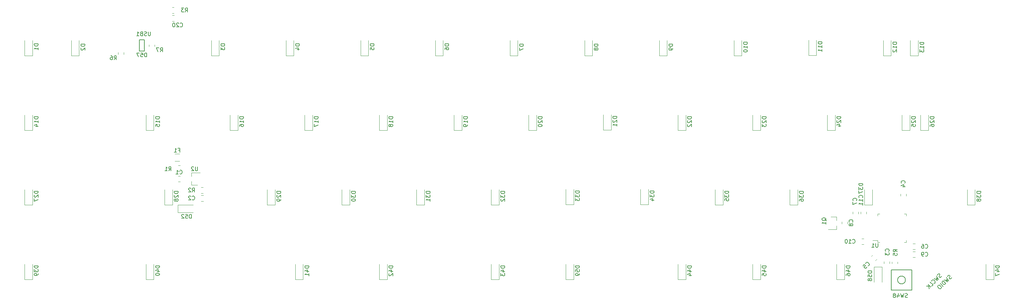
<source format=gbr>
%TF.GenerationSoftware,KiCad,Pcbnew,5.1.9-73d0e3b20d~88~ubuntu20.04.1*%
%TF.CreationDate,2021-02-21T13:43:44-08:00*%
%TF.ProjectId,KB_Lightbar_1,4b425f4c-6967-4687-9462-61725f312e6b,rev?*%
%TF.SameCoordinates,Original*%
%TF.FileFunction,Legend,Bot*%
%TF.FilePolarity,Positive*%
%FSLAX46Y46*%
G04 Gerber Fmt 4.6, Leading zero omitted, Abs format (unit mm)*
G04 Created by KiCad (PCBNEW 5.1.9-73d0e3b20d~88~ubuntu20.04.1) date 2021-02-21 13:43:44*
%MOMM*%
%LPD*%
G01*
G04 APERTURE LIST*
%ADD10C,0.150000*%
%ADD11C,0.120000*%
G04 APERTURE END LIST*
D10*
X252990602Y215715183D02*
X252923259Y215580496D01*
X252754900Y215412137D01*
X252653885Y215378465D01*
X252586541Y215378465D01*
X252485526Y215412137D01*
X252418183Y215479480D01*
X252384511Y215580496D01*
X252384511Y215647839D01*
X252418183Y215748854D01*
X252519198Y215917213D01*
X252552870Y216018228D01*
X252552870Y216085572D01*
X252519198Y216186587D01*
X252451854Y216253931D01*
X252350839Y216287602D01*
X252283496Y216287602D01*
X252182480Y216253931D01*
X252014122Y216085572D01*
X251946778Y215950885D01*
X251677404Y215748854D02*
X252216152Y214873389D01*
X251576389Y215243778D01*
X251946778Y214604015D01*
X251071312Y215142763D01*
X251509045Y214166282D02*
X250801938Y214873389D01*
X250633580Y214705030D01*
X250566236Y214570343D01*
X250566236Y214435656D01*
X250599908Y214334641D01*
X250700923Y214166282D01*
X250801938Y214065267D01*
X250970297Y213964251D01*
X251071312Y213930580D01*
X251206000Y213930580D01*
X251340687Y213997923D01*
X251509045Y214166282D01*
X250801938Y213459175D02*
X250094832Y214166282D01*
X249623427Y213694877D02*
X249488740Y213560190D01*
X249455068Y213459175D01*
X249455068Y213324488D01*
X249556084Y213156129D01*
X249791786Y212920427D01*
X249960145Y212819412D01*
X250094832Y212819412D01*
X250195847Y212853084D01*
X250330534Y212987771D01*
X250364206Y213088786D01*
X250364206Y213223473D01*
X250263190Y213391832D01*
X250027488Y213627534D01*
X249859129Y213728549D01*
X249724442Y213728549D01*
X249623427Y213694877D01*
X250424618Y216070198D02*
X250357274Y215935511D01*
X250188915Y215767152D01*
X250087900Y215733480D01*
X250020557Y215733480D01*
X249919541Y215767152D01*
X249852198Y215834496D01*
X249818526Y215935511D01*
X249818526Y216002854D01*
X249852198Y216103870D01*
X249953213Y216272228D01*
X249986885Y216373244D01*
X249986885Y216440587D01*
X249953213Y216541602D01*
X249885870Y216608946D01*
X249784854Y216642618D01*
X249717511Y216642618D01*
X249616496Y216608946D01*
X249448137Y216440587D01*
X249380793Y216305900D01*
X249111419Y216103870D02*
X249650167Y215228404D01*
X249010404Y215598793D01*
X249380793Y214959030D01*
X248505328Y215497778D01*
X248471656Y214184580D02*
X248539000Y214184580D01*
X248673687Y214251923D01*
X248741030Y214319267D01*
X248808374Y214453954D01*
X248808374Y214588641D01*
X248774702Y214689656D01*
X248673687Y214858015D01*
X248572671Y214959030D01*
X248404312Y215060045D01*
X248303297Y215093717D01*
X248168610Y215093717D01*
X248033923Y215026374D01*
X247966580Y214959030D01*
X247899236Y214824343D01*
X247899236Y214757000D01*
X247899236Y213477473D02*
X248235954Y213814190D01*
X247528847Y214521297D01*
X247663534Y213241771D02*
X246956427Y213948877D01*
X247259473Y212837710D02*
X247158458Y213544816D01*
X246552366Y213544816D02*
X247360488Y213544816D01*
D11*
%TO.C,C1*%
X56141252Y241654000D02*
X55618748Y241654000D01*
X56141252Y240184000D02*
X55618748Y240184000D01*
%TO.C,C20*%
X54617252Y281205000D02*
X54094748Y281205000D01*
X54617252Y282675000D02*
X54094748Y282675000D01*
%TO.C,R3*%
X54559564Y283237000D02*
X54105436Y283237000D01*
X54559564Y284707000D02*
X54105436Y284707000D01*
D10*
%TO.C,D57*%
X45721000Y276417000D02*
X45721000Y273517000D01*
X45721000Y276417000D02*
X47021000Y276417000D01*
X47021000Y276417000D02*
X47021000Y273517000D01*
X47021000Y273517000D02*
X45721000Y273517000D01*
D11*
%TO.C,D59*%
X156575000Y215237500D02*
X156575000Y219137500D01*
X154575000Y215237500D02*
X154575000Y219137500D01*
X156575000Y215237500D02*
X154575000Y215237500D01*
%TO.C,U2*%
X59057000Y239339000D02*
X60517000Y239339000D01*
X59057000Y242499000D02*
X61217000Y242499000D01*
X59057000Y242499000D02*
X59057000Y241569000D01*
X59057000Y239339000D02*
X59057000Y240269000D01*
D10*
%TO.C,SW48*%
X241209000Y215083000D02*
G75*
G03*
X241209000Y215083000I-1000000J0D01*
G01*
X237609000Y217683000D02*
X237609000Y212483000D01*
X242809000Y217683000D02*
X237609000Y217683000D01*
X242809000Y212483000D02*
X242809000Y217683000D01*
X237609000Y212483000D02*
X242809000Y212483000D01*
D11*
%TO.C,R7*%
X48160000Y274704436D02*
X48160000Y275158564D01*
X49630000Y274704436D02*
X49630000Y275158564D01*
%TO.C,R6*%
X40286000Y272719436D02*
X40286000Y273173564D01*
X41756000Y272719436D02*
X41756000Y273173564D01*
%TO.C,R5*%
X239241000Y219706564D02*
X239241000Y219252436D01*
X237771000Y219706564D02*
X237771000Y219252436D01*
%TO.C,R2*%
X61518436Y238733000D02*
X61972564Y238733000D01*
X61518436Y237263000D02*
X61972564Y237263000D01*
%TO.C,R1*%
X56130564Y242851000D02*
X55676436Y242851000D01*
X56130564Y244321000D02*
X55676436Y244321000D01*
%TO.C,Q1*%
X223629000Y231196000D02*
X222169000Y231196000D01*
X223629000Y228036000D02*
X221469000Y228036000D01*
X223629000Y228036000D02*
X223629000Y228966000D01*
X223629000Y231196000D02*
X223629000Y230266000D01*
%TO.C,F1*%
X55977064Y245470000D02*
X54772936Y245470000D01*
X55977064Y247290000D02*
X54772936Y247290000D01*
%TO.C,D58*%
X233188000Y218405000D02*
X233188000Y214505000D01*
X235188000Y218405000D02*
X235188000Y214505000D01*
X233188000Y218405000D02*
X235188000Y218405000D01*
%TO.C,D52*%
X55536000Y232299000D02*
X59436000Y232299000D01*
X55536000Y234299000D02*
X59436000Y234299000D01*
X55536000Y232299000D02*
X55536000Y234299000D01*
%TO.C,D47*%
X263731250Y215237500D02*
X263731250Y219137500D01*
X261731250Y215237500D02*
X261731250Y219137500D01*
X263731250Y215237500D02*
X261731250Y215237500D01*
%TO.C,D46*%
X225631250Y215175000D02*
X225631250Y219075000D01*
X223631250Y215175000D02*
X223631250Y219075000D01*
X225631250Y215175000D02*
X223631250Y215175000D01*
%TO.C,D45*%
X204200000Y215175000D02*
X204200000Y219075000D01*
X202200000Y215175000D02*
X202200000Y219075000D01*
X204200000Y215175000D02*
X202200000Y215175000D01*
%TO.C,D44*%
X185150000Y215175000D02*
X185150000Y219075000D01*
X183150000Y215175000D02*
X183150000Y219075000D01*
X185150000Y215175000D02*
X183150000Y215175000D01*
%TO.C,D43*%
X137525000Y215175000D02*
X137525000Y219075000D01*
X135525000Y215175000D02*
X135525000Y219075000D01*
X137525000Y215175000D02*
X135525000Y215175000D01*
%TO.C,D42*%
X108950000Y215175000D02*
X108950000Y219075000D01*
X106950000Y215175000D02*
X106950000Y219075000D01*
X108950000Y215175000D02*
X106950000Y215175000D01*
%TO.C,D41*%
X87518750Y215175000D02*
X87518750Y219075000D01*
X85518750Y215175000D02*
X85518750Y219075000D01*
X87518750Y215175000D02*
X85518750Y215175000D01*
%TO.C,D40*%
X49418750Y215237500D02*
X49418750Y219137500D01*
X47418750Y215237500D02*
X47418750Y219137500D01*
X49418750Y215237500D02*
X47418750Y215237500D01*
%TO.C,D39*%
X18462500Y215237500D02*
X18462500Y219137500D01*
X16462500Y215237500D02*
X16462500Y219137500D01*
X18462500Y215237500D02*
X16462500Y215237500D01*
%TO.C,D38*%
X258968750Y234225000D02*
X258968750Y238125000D01*
X256968750Y234225000D02*
X256968750Y238125000D01*
X258968750Y234225000D02*
X256968750Y234225000D01*
%TO.C,D37*%
X232775000Y234287500D02*
X232775000Y238187500D01*
X230775000Y234287500D02*
X230775000Y238187500D01*
X232775000Y234287500D02*
X230775000Y234287500D01*
%TO.C,D36*%
X213725000Y234225000D02*
X213725000Y238125000D01*
X211725000Y234225000D02*
X211725000Y238125000D01*
X213725000Y234225000D02*
X211725000Y234225000D01*
%TO.C,D35*%
X194675000Y234287500D02*
X194675000Y238187500D01*
X192675000Y234287500D02*
X192675000Y238187500D01*
X194675000Y234287500D02*
X192675000Y234287500D01*
%TO.C,D34*%
X175625000Y234350000D02*
X175625000Y238250000D01*
X173625000Y234350000D02*
X173625000Y238250000D01*
X175625000Y234350000D02*
X173625000Y234350000D01*
%TO.C,D33*%
X156575000Y234350000D02*
X156575000Y238250000D01*
X154575000Y234350000D02*
X154575000Y238250000D01*
X156575000Y234350000D02*
X154575000Y234350000D01*
%TO.C,D32*%
X137525000Y234225000D02*
X137525000Y238125000D01*
X135525000Y234225000D02*
X135525000Y238125000D01*
X137525000Y234225000D02*
X135525000Y234225000D01*
%TO.C,D31*%
X118475000Y234225000D02*
X118475000Y238125000D01*
X116475000Y234225000D02*
X116475000Y238125000D01*
X118475000Y234225000D02*
X116475000Y234225000D01*
%TO.C,D30*%
X99425000Y234225000D02*
X99425000Y238125000D01*
X97425000Y234225000D02*
X97425000Y238125000D01*
X99425000Y234225000D02*
X97425000Y234225000D01*
%TO.C,D29*%
X80375000Y234225000D02*
X80375000Y238125000D01*
X78375000Y234225000D02*
X78375000Y238125000D01*
X80375000Y234225000D02*
X78375000Y234225000D01*
%TO.C,D28*%
X54181250Y234225000D02*
X54181250Y238125000D01*
X52181250Y234225000D02*
X52181250Y238125000D01*
X54181250Y234225000D02*
X52181250Y234225000D01*
%TO.C,D27*%
X18462500Y234287500D02*
X18462500Y238187500D01*
X16462500Y234287500D02*
X16462500Y238187500D01*
X18462500Y234287500D02*
X16462500Y234287500D01*
%TO.C,D26*%
X247062500Y253275000D02*
X247062500Y257175000D01*
X245062500Y253275000D02*
X245062500Y257175000D01*
X247062500Y253275000D02*
X245062500Y253275000D01*
%TO.C,D25*%
X242300000Y253275000D02*
X242300000Y257175000D01*
X240300000Y253275000D02*
X240300000Y257175000D01*
X242300000Y253275000D02*
X240300000Y253275000D01*
%TO.C,D24*%
X223250000Y253337500D02*
X223250000Y257237500D01*
X221250000Y253337500D02*
X221250000Y257237500D01*
X223250000Y253337500D02*
X221250000Y253337500D01*
%TO.C,D23*%
X204200000Y253275000D02*
X204200000Y257175000D01*
X202200000Y253275000D02*
X202200000Y257175000D01*
X204200000Y253275000D02*
X202200000Y253275000D01*
%TO.C,D22*%
X185150000Y253275000D02*
X185150000Y257175000D01*
X183150000Y253275000D02*
X183150000Y257175000D01*
X185150000Y253275000D02*
X183150000Y253275000D01*
%TO.C,D21*%
X166100000Y253400000D02*
X166100000Y257300000D01*
X164100000Y253400000D02*
X164100000Y257300000D01*
X166100000Y253400000D02*
X164100000Y253400000D01*
%TO.C,D20*%
X147050000Y253275000D02*
X147050000Y257175000D01*
X145050000Y253275000D02*
X145050000Y257175000D01*
X147050000Y253275000D02*
X145050000Y253275000D01*
%TO.C,D19*%
X128000000Y253275000D02*
X128000000Y257175000D01*
X126000000Y253275000D02*
X126000000Y257175000D01*
X128000000Y253275000D02*
X126000000Y253275000D01*
%TO.C,D18*%
X108950000Y253275000D02*
X108950000Y257175000D01*
X106950000Y253275000D02*
X106950000Y257175000D01*
X108950000Y253275000D02*
X106950000Y253275000D01*
%TO.C,D17*%
X89900000Y253275000D02*
X89900000Y257175000D01*
X87900000Y253275000D02*
X87900000Y257175000D01*
X89900000Y253275000D02*
X87900000Y253275000D01*
%TO.C,D16*%
X70850000Y253275000D02*
X70850000Y257175000D01*
X68850000Y253275000D02*
X68850000Y257175000D01*
X70850000Y253275000D02*
X68850000Y253275000D01*
%TO.C,D15*%
X49418750Y253275000D02*
X49418750Y257175000D01*
X47418750Y253275000D02*
X47418750Y257175000D01*
X49418750Y253275000D02*
X47418750Y253275000D01*
%TO.C,D14*%
X18462500Y253275000D02*
X18462500Y257175000D01*
X16462500Y253275000D02*
X16462500Y257175000D01*
X18462500Y253275000D02*
X16462500Y253275000D01*
%TO.C,D13*%
X244459000Y272323000D02*
X244459000Y276223000D01*
X242459000Y272323000D02*
X242459000Y276223000D01*
X244459000Y272323000D02*
X242459000Y272323000D01*
%TO.C,D12*%
X237537500Y272325000D02*
X237537500Y276225000D01*
X235537500Y272325000D02*
X235537500Y276225000D01*
X237537500Y272325000D02*
X235537500Y272325000D01*
%TO.C,D11*%
X218487500Y272450000D02*
X218487500Y276350000D01*
X216487500Y272450000D02*
X216487500Y276350000D01*
X218487500Y272450000D02*
X216487500Y272450000D01*
%TO.C,D10*%
X199437500Y272325000D02*
X199437500Y276225000D01*
X197437500Y272325000D02*
X197437500Y276225000D01*
X199437500Y272325000D02*
X197437500Y272325000D01*
%TO.C,D9*%
X180387500Y272325000D02*
X180387500Y276225000D01*
X178387500Y272325000D02*
X178387500Y276225000D01*
X180387500Y272325000D02*
X178387500Y272325000D01*
%TO.C,D8*%
X161337500Y272325000D02*
X161337500Y276225000D01*
X159337500Y272325000D02*
X159337500Y276225000D01*
X161337500Y272325000D02*
X159337500Y272325000D01*
%TO.C,D7*%
X142287500Y272325000D02*
X142287500Y276225000D01*
X140287500Y272325000D02*
X140287500Y276225000D01*
X142287500Y272325000D02*
X140287500Y272325000D01*
%TO.C,D6*%
X123237500Y272387500D02*
X123237500Y276287500D01*
X121237500Y272387500D02*
X121237500Y276287500D01*
X123237500Y272387500D02*
X121237500Y272387500D01*
%TO.C,D5*%
X104187500Y272387500D02*
X104187500Y276287500D01*
X102187500Y272387500D02*
X102187500Y276287500D01*
X104187500Y272387500D02*
X102187500Y272387500D01*
%TO.C,D4*%
X85137500Y272387500D02*
X85137500Y276287500D01*
X83137500Y272387500D02*
X83137500Y276287500D01*
X85137500Y272387500D02*
X83137500Y272387500D01*
%TO.C,D3*%
X66087500Y272387500D02*
X66087500Y276287500D01*
X64087500Y272387500D02*
X64087500Y276287500D01*
X66087500Y272387500D02*
X64087500Y272387500D01*
%TO.C,D2*%
X30368750Y272325000D02*
X30368750Y276225000D01*
X28368750Y272325000D02*
X28368750Y276225000D01*
X30368750Y272325000D02*
X28368750Y272325000D01*
%TO.C,D1*%
X18462500Y272387500D02*
X18462500Y276287500D01*
X16462500Y272387500D02*
X16462500Y276287500D01*
X18462500Y272387500D02*
X16462500Y272387500D01*
%TO.C,C11*%
X229770000Y231960749D02*
X229770000Y232483253D01*
X231240000Y231960749D02*
X231240000Y232483253D01*
%TO.C,C10*%
X230578253Y224182000D02*
X230055749Y224182000D01*
X230578253Y225652000D02*
X230055749Y225652000D01*
%TO.C,C9*%
X243136749Y222350000D02*
X243659253Y222350000D01*
X243136749Y220880000D02*
X243659253Y220880000D01*
%TO.C,C8*%
X224944000Y229420749D02*
X224944000Y229943253D01*
X226414000Y229420749D02*
X226414000Y229943253D01*
%TO.C,C7*%
X227738000Y231960748D02*
X227738000Y232483252D01*
X229208000Y231960748D02*
X229208000Y232483252D01*
%TO.C,C6*%
X243136749Y224382000D02*
X243659253Y224382000D01*
X243136749Y222912000D02*
X243659253Y222912000D01*
%TO.C,C5*%
X233913208Y220427761D02*
X233543741Y220058294D01*
X232873761Y221467208D02*
X232504294Y221097741D01*
%TO.C,C4*%
X239930000Y236527748D02*
X239930000Y237050252D01*
X241400000Y236527748D02*
X241400000Y237050252D01*
%TO.C,C3*%
X235739000Y219260749D02*
X235739000Y219783253D01*
X237209000Y219260749D02*
X237209000Y219783253D01*
%TO.C,C2*%
X61521747Y236701000D02*
X62044251Y236701000D01*
X61521747Y235231000D02*
X62044251Y235231000D01*
%TO.C,U1*%
X234161449Y225168785D02*
X232871449Y225168785D01*
X234161449Y224718785D02*
X234161449Y225168785D01*
X234611449Y224718785D02*
X234161449Y224718785D01*
X241381449Y224718785D02*
X241381449Y225168785D01*
X240931449Y224718785D02*
X241381449Y224718785D01*
X234161449Y231938785D02*
X234161449Y231488785D01*
X234611449Y231938785D02*
X234161449Y231938785D01*
X241381449Y231938785D02*
X241381449Y231488785D01*
X240931449Y231938785D02*
X241381449Y231938785D01*
%TO.C,C1*%
D10*
X56046666Y242241857D02*
X56094285Y242194238D01*
X56237142Y242146619D01*
X56332380Y242146619D01*
X56475238Y242194238D01*
X56570476Y242289476D01*
X56618095Y242384714D01*
X56665714Y242575190D01*
X56665714Y242718047D01*
X56618095Y242908523D01*
X56570476Y243003761D01*
X56475238Y243099000D01*
X56332380Y243146619D01*
X56237142Y243146619D01*
X56094285Y243099000D01*
X56046666Y243051380D01*
X55094285Y242146619D02*
X55665714Y242146619D01*
X55380000Y242146619D02*
X55380000Y243146619D01*
X55475238Y243003761D01*
X55570476Y242908523D01*
X55665714Y242860904D01*
%TO.C,C20*%
X56141857Y279804857D02*
X56189476Y279757238D01*
X56332333Y279709619D01*
X56427571Y279709619D01*
X56570428Y279757238D01*
X56665666Y279852476D01*
X56713285Y279947714D01*
X56760904Y280138190D01*
X56760904Y280281047D01*
X56713285Y280471523D01*
X56665666Y280566761D01*
X56570428Y280662000D01*
X56427571Y280709619D01*
X56332333Y280709619D01*
X56189476Y280662000D01*
X56141857Y280614380D01*
X55760904Y280614380D02*
X55713285Y280662000D01*
X55618047Y280709619D01*
X55379952Y280709619D01*
X55284714Y280662000D01*
X55237095Y280614380D01*
X55189476Y280519142D01*
X55189476Y280423904D01*
X55237095Y280281047D01*
X55808523Y279709619D01*
X55189476Y279709619D01*
X54570428Y280709619D02*
X54475190Y280709619D01*
X54379952Y280662000D01*
X54332333Y280614380D01*
X54284714Y280519142D01*
X54237095Y280328666D01*
X54237095Y280090571D01*
X54284714Y279900095D01*
X54332333Y279804857D01*
X54379952Y279757238D01*
X54475190Y279709619D01*
X54570428Y279709619D01*
X54665666Y279757238D01*
X54713285Y279804857D01*
X54760904Y279900095D01*
X54808523Y280090571D01*
X54808523Y280328666D01*
X54760904Y280519142D01*
X54713285Y280614380D01*
X54665666Y280662000D01*
X54570428Y280709619D01*
%TO.C,USB1*%
X48569345Y278478869D02*
X48569345Y277669345D01*
X48521726Y277574107D01*
X48474107Y277526488D01*
X48378869Y277478869D01*
X48188392Y277478869D01*
X48093154Y277526488D01*
X48045535Y277574107D01*
X47997916Y277669345D01*
X47997916Y278478869D01*
X47569345Y277526488D02*
X47426488Y277478869D01*
X47188392Y277478869D01*
X47093154Y277526488D01*
X47045535Y277574107D01*
X46997916Y277669345D01*
X46997916Y277764583D01*
X47045535Y277859821D01*
X47093154Y277907440D01*
X47188392Y277955059D01*
X47378869Y278002678D01*
X47474107Y278050297D01*
X47521726Y278097916D01*
X47569345Y278193154D01*
X47569345Y278288392D01*
X47521726Y278383630D01*
X47474107Y278431250D01*
X47378869Y278478869D01*
X47140773Y278478869D01*
X46997916Y278431250D01*
X46236011Y278002678D02*
X46093154Y277955059D01*
X46045535Y277907440D01*
X45997916Y277812202D01*
X45997916Y277669345D01*
X46045535Y277574107D01*
X46093154Y277526488D01*
X46188392Y277478869D01*
X46569345Y277478869D01*
X46569345Y278478869D01*
X46236011Y278478869D01*
X46140773Y278431250D01*
X46093154Y278383630D01*
X46045535Y278288392D01*
X46045535Y278193154D01*
X46093154Y278097916D01*
X46140773Y278050297D01*
X46236011Y278002678D01*
X46569345Y278002678D01*
X45045535Y277478869D02*
X45616964Y277478869D01*
X45331250Y277478869D02*
X45331250Y278478869D01*
X45426488Y278336011D01*
X45521726Y278240773D01*
X45616964Y278193154D01*
%TO.C,R3*%
X57443666Y283519619D02*
X57777000Y283995809D01*
X58015095Y283519619D02*
X58015095Y284519619D01*
X57634142Y284519619D01*
X57538904Y284472000D01*
X57491285Y284424380D01*
X57443666Y284329142D01*
X57443666Y284186285D01*
X57491285Y284091047D01*
X57538904Y284043428D01*
X57634142Y283995809D01*
X58015095Y283995809D01*
X57110333Y284519619D02*
X56491285Y284519619D01*
X56824619Y284138666D01*
X56681761Y284138666D01*
X56586523Y284091047D01*
X56538904Y284043428D01*
X56491285Y283948190D01*
X56491285Y283710095D01*
X56538904Y283614857D01*
X56586523Y283567238D01*
X56681761Y283519619D01*
X56967476Y283519619D01*
X57062714Y283567238D01*
X57110333Y283614857D01*
%TO.C,D57*%
X47585285Y272064619D02*
X47585285Y273064619D01*
X47347190Y273064619D01*
X47204333Y273017000D01*
X47109095Y272921761D01*
X47061476Y272826523D01*
X47013857Y272636047D01*
X47013857Y272493190D01*
X47061476Y272302714D01*
X47109095Y272207476D01*
X47204333Y272112238D01*
X47347190Y272064619D01*
X47585285Y272064619D01*
X46109095Y273064619D02*
X46585285Y273064619D01*
X46632904Y272588428D01*
X46585285Y272636047D01*
X46490047Y272683666D01*
X46251952Y272683666D01*
X46156714Y272636047D01*
X46109095Y272588428D01*
X46061476Y272493190D01*
X46061476Y272255095D01*
X46109095Y272159857D01*
X46156714Y272112238D01*
X46251952Y272064619D01*
X46490047Y272064619D01*
X46585285Y272112238D01*
X46632904Y272159857D01*
X45728142Y273064619D02*
X45061476Y273064619D01*
X45490047Y272064619D01*
%TO.C,D59*%
X158027380Y218701785D02*
X157027380Y218701785D01*
X157027380Y218463690D01*
X157075000Y218320833D01*
X157170238Y218225595D01*
X157265476Y218177976D01*
X157455952Y218130357D01*
X157598809Y218130357D01*
X157789285Y218177976D01*
X157884523Y218225595D01*
X157979761Y218320833D01*
X158027380Y218463690D01*
X158027380Y218701785D01*
X157027380Y217225595D02*
X157027380Y217701785D01*
X157503571Y217749404D01*
X157455952Y217701785D01*
X157408333Y217606547D01*
X157408333Y217368452D01*
X157455952Y217273214D01*
X157503571Y217225595D01*
X157598809Y217177976D01*
X157836904Y217177976D01*
X157932142Y217225595D01*
X157979761Y217273214D01*
X158027380Y217368452D01*
X158027380Y217606547D01*
X157979761Y217701785D01*
X157932142Y217749404D01*
X158027380Y216701785D02*
X158027380Y216511309D01*
X157979761Y216416071D01*
X157932142Y216368452D01*
X157789285Y216273214D01*
X157598809Y216225595D01*
X157217857Y216225595D01*
X157122619Y216273214D01*
X157075000Y216320833D01*
X157027380Y216416071D01*
X157027380Y216606547D01*
X157075000Y216701785D01*
X157122619Y216749404D01*
X157217857Y216797023D01*
X157455952Y216797023D01*
X157551190Y216749404D01*
X157598809Y216701785D01*
X157646428Y216606547D01*
X157646428Y216416071D01*
X157598809Y216320833D01*
X157551190Y216273214D01*
X157455952Y216225595D01*
%TO.C,U2*%
X60578904Y243966619D02*
X60578904Y243157095D01*
X60531285Y243061857D01*
X60483666Y243014238D01*
X60388428Y242966619D01*
X60197952Y242966619D01*
X60102714Y243014238D01*
X60055095Y243061857D01*
X60007476Y243157095D01*
X60007476Y243966619D01*
X59578904Y243871380D02*
X59531285Y243919000D01*
X59436047Y243966619D01*
X59197952Y243966619D01*
X59102714Y243919000D01*
X59055095Y243871380D01*
X59007476Y243776142D01*
X59007476Y243680904D01*
X59055095Y243538047D01*
X59626523Y242966619D01*
X59007476Y242966619D01*
%TO.C,SW48*%
X241712523Y210669238D02*
X241569666Y210621619D01*
X241331571Y210621619D01*
X241236333Y210669238D01*
X241188714Y210716857D01*
X241141095Y210812095D01*
X241141095Y210907333D01*
X241188714Y211002571D01*
X241236333Y211050190D01*
X241331571Y211097809D01*
X241522047Y211145428D01*
X241617285Y211193047D01*
X241664904Y211240666D01*
X241712523Y211335904D01*
X241712523Y211431142D01*
X241664904Y211526380D01*
X241617285Y211574000D01*
X241522047Y211621619D01*
X241283952Y211621619D01*
X241141095Y211574000D01*
X240807761Y211621619D02*
X240569666Y210621619D01*
X240379190Y211335904D01*
X240188714Y210621619D01*
X239950619Y211621619D01*
X239141095Y211288285D02*
X239141095Y210621619D01*
X239379190Y211669238D02*
X239617285Y210954952D01*
X238998238Y210954952D01*
X238474428Y211193047D02*
X238569666Y211240666D01*
X238617285Y211288285D01*
X238664904Y211383523D01*
X238664904Y211431142D01*
X238617285Y211526380D01*
X238569666Y211574000D01*
X238474428Y211621619D01*
X238283952Y211621619D01*
X238188714Y211574000D01*
X238141095Y211526380D01*
X238093476Y211431142D01*
X238093476Y211383523D01*
X238141095Y211288285D01*
X238188714Y211240666D01*
X238283952Y211193047D01*
X238474428Y211193047D01*
X238569666Y211145428D01*
X238617285Y211097809D01*
X238664904Y211002571D01*
X238664904Y210812095D01*
X238617285Y210716857D01*
X238569666Y210669238D01*
X238474428Y210621619D01*
X238283952Y210621619D01*
X238188714Y210669238D01*
X238141095Y210716857D01*
X238093476Y210812095D01*
X238093476Y211002571D01*
X238141095Y211097809D01*
X238188714Y211145428D01*
X238283952Y211193047D01*
%TO.C,R7*%
X51093666Y273359619D02*
X51427000Y273835809D01*
X51665095Y273359619D02*
X51665095Y274359619D01*
X51284142Y274359619D01*
X51188904Y274312000D01*
X51141285Y274264380D01*
X51093666Y274169142D01*
X51093666Y274026285D01*
X51141285Y273931047D01*
X51188904Y273883428D01*
X51284142Y273835809D01*
X51665095Y273835809D01*
X50760333Y274359619D02*
X50093666Y274359619D01*
X50522238Y273359619D01*
%TO.C,R6*%
X39282666Y271327619D02*
X39616000Y271803809D01*
X39854095Y271327619D02*
X39854095Y272327619D01*
X39473142Y272327619D01*
X39377904Y272280000D01*
X39330285Y272232380D01*
X39282666Y272137142D01*
X39282666Y271994285D01*
X39330285Y271899047D01*
X39377904Y271851428D01*
X39473142Y271803809D01*
X39854095Y271803809D01*
X38425523Y272327619D02*
X38616000Y272327619D01*
X38711238Y272280000D01*
X38758857Y272232380D01*
X38854095Y272089523D01*
X38901714Y271899047D01*
X38901714Y271518095D01*
X38854095Y271422857D01*
X38806476Y271375238D01*
X38711238Y271327619D01*
X38520761Y271327619D01*
X38425523Y271375238D01*
X38377904Y271422857D01*
X38330285Y271518095D01*
X38330285Y271756190D01*
X38377904Y271851428D01*
X38425523Y271899047D01*
X38520761Y271946666D01*
X38711238Y271946666D01*
X38806476Y271899047D01*
X38854095Y271851428D01*
X38901714Y271756190D01*
%TO.C,R5*%
X239085380Y222289666D02*
X238609190Y222623000D01*
X239085380Y222861095D02*
X238085380Y222861095D01*
X238085380Y222480142D01*
X238133000Y222384904D01*
X238180619Y222337285D01*
X238275857Y222289666D01*
X238418714Y222289666D01*
X238513952Y222337285D01*
X238561571Y222384904D01*
X238609190Y222480142D01*
X238609190Y222861095D01*
X238085380Y221384904D02*
X238085380Y221861095D01*
X238561571Y221908714D01*
X238513952Y221861095D01*
X238466333Y221765857D01*
X238466333Y221527761D01*
X238513952Y221432523D01*
X238561571Y221384904D01*
X238656809Y221337285D01*
X238894904Y221337285D01*
X238990142Y221384904D01*
X239037761Y221432523D01*
X239085380Y221527761D01*
X239085380Y221765857D01*
X239037761Y221861095D01*
X238990142Y221908714D01*
%TO.C,R2*%
X59221666Y237545619D02*
X59555000Y238021809D01*
X59793095Y237545619D02*
X59793095Y238545619D01*
X59412142Y238545619D01*
X59316904Y238498000D01*
X59269285Y238450380D01*
X59221666Y238355142D01*
X59221666Y238212285D01*
X59269285Y238117047D01*
X59316904Y238069428D01*
X59412142Y238021809D01*
X59793095Y238021809D01*
X58840714Y238450380D02*
X58793095Y238498000D01*
X58697857Y238545619D01*
X58459761Y238545619D01*
X58364523Y238498000D01*
X58316904Y238450380D01*
X58269285Y238355142D01*
X58269285Y238259904D01*
X58316904Y238117047D01*
X58888333Y237545619D01*
X58269285Y237545619D01*
%TO.C,R1*%
X53252666Y243006619D02*
X53586000Y243482809D01*
X53824095Y243006619D02*
X53824095Y244006619D01*
X53443142Y244006619D01*
X53347904Y243959000D01*
X53300285Y243911380D01*
X53252666Y243816142D01*
X53252666Y243673285D01*
X53300285Y243578047D01*
X53347904Y243530428D01*
X53443142Y243482809D01*
X53824095Y243482809D01*
X52300285Y243006619D02*
X52871714Y243006619D01*
X52586000Y243006619D02*
X52586000Y244006619D01*
X52681238Y243863761D01*
X52776476Y243768523D01*
X52871714Y243720904D01*
%TO.C,Q1*%
X221019619Y230219238D02*
X220972000Y230314476D01*
X220876761Y230409714D01*
X220733904Y230552571D01*
X220686285Y230647809D01*
X220686285Y230743047D01*
X220924380Y230695428D02*
X220876761Y230790666D01*
X220781523Y230885904D01*
X220591047Y230933523D01*
X220257714Y230933523D01*
X220067238Y230885904D01*
X219972000Y230790666D01*
X219924380Y230695428D01*
X219924380Y230504952D01*
X219972000Y230409714D01*
X220067238Y230314476D01*
X220257714Y230266857D01*
X220591047Y230266857D01*
X220781523Y230314476D01*
X220876761Y230409714D01*
X220924380Y230504952D01*
X220924380Y230695428D01*
X220924380Y229314476D02*
X220924380Y229885904D01*
X220924380Y229600190D02*
X219924380Y229600190D01*
X220067238Y229695428D01*
X220162476Y229790666D01*
X220210095Y229885904D01*
%TO.C,F1*%
X55708333Y248271428D02*
X56041666Y248271428D01*
X56041666Y247747619D02*
X56041666Y248747619D01*
X55565476Y248747619D01*
X54660714Y247747619D02*
X55232142Y247747619D01*
X54946428Y247747619D02*
X54946428Y248747619D01*
X55041666Y248604761D01*
X55136904Y248509523D01*
X55232142Y248461904D01*
%TO.C,D58*%
X232640380Y217369285D02*
X231640380Y217369285D01*
X231640380Y217131190D01*
X231688000Y216988333D01*
X231783238Y216893095D01*
X231878476Y216845476D01*
X232068952Y216797857D01*
X232211809Y216797857D01*
X232402285Y216845476D01*
X232497523Y216893095D01*
X232592761Y216988333D01*
X232640380Y217131190D01*
X232640380Y217369285D01*
X231640380Y215893095D02*
X231640380Y216369285D01*
X232116571Y216416904D01*
X232068952Y216369285D01*
X232021333Y216274047D01*
X232021333Y216035952D01*
X232068952Y215940714D01*
X232116571Y215893095D01*
X232211809Y215845476D01*
X232449904Y215845476D01*
X232545142Y215893095D01*
X232592761Y215940714D01*
X232640380Y216035952D01*
X232640380Y216274047D01*
X232592761Y216369285D01*
X232545142Y216416904D01*
X232068952Y215274047D02*
X232021333Y215369285D01*
X231973714Y215416904D01*
X231878476Y215464523D01*
X231830857Y215464523D01*
X231735619Y215416904D01*
X231688000Y215369285D01*
X231640380Y215274047D01*
X231640380Y215083571D01*
X231688000Y214988333D01*
X231735619Y214940714D01*
X231830857Y214893095D01*
X231878476Y214893095D01*
X231973714Y214940714D01*
X232021333Y214988333D01*
X232068952Y215083571D01*
X232068952Y215274047D01*
X232116571Y215369285D01*
X232164190Y215416904D01*
X232259428Y215464523D01*
X232449904Y215464523D01*
X232545142Y215416904D01*
X232592761Y215369285D01*
X232640380Y215274047D01*
X232640380Y215083571D01*
X232592761Y214988333D01*
X232545142Y214940714D01*
X232449904Y214893095D01*
X232259428Y214893095D01*
X232164190Y214940714D01*
X232116571Y214988333D01*
X232068952Y215083571D01*
%TO.C,D52*%
X59000285Y230846619D02*
X59000285Y231846619D01*
X58762190Y231846619D01*
X58619333Y231799000D01*
X58524095Y231703761D01*
X58476476Y231608523D01*
X58428857Y231418047D01*
X58428857Y231275190D01*
X58476476Y231084714D01*
X58524095Y230989476D01*
X58619333Y230894238D01*
X58762190Y230846619D01*
X59000285Y230846619D01*
X57524095Y231846619D02*
X58000285Y231846619D01*
X58047904Y231370428D01*
X58000285Y231418047D01*
X57905047Y231465666D01*
X57666952Y231465666D01*
X57571714Y231418047D01*
X57524095Y231370428D01*
X57476476Y231275190D01*
X57476476Y231037095D01*
X57524095Y230941857D01*
X57571714Y230894238D01*
X57666952Y230846619D01*
X57905047Y230846619D01*
X58000285Y230894238D01*
X58047904Y230941857D01*
X57095523Y231751380D02*
X57047904Y231799000D01*
X56952666Y231846619D01*
X56714571Y231846619D01*
X56619333Y231799000D01*
X56571714Y231751380D01*
X56524095Y231656142D01*
X56524095Y231560904D01*
X56571714Y231418047D01*
X57143142Y230846619D01*
X56524095Y230846619D01*
%TO.C,D47*%
X265183630Y218701785D02*
X264183630Y218701785D01*
X264183630Y218463690D01*
X264231250Y218320833D01*
X264326488Y218225595D01*
X264421726Y218177976D01*
X264612202Y218130357D01*
X264755059Y218130357D01*
X264945535Y218177976D01*
X265040773Y218225595D01*
X265136011Y218320833D01*
X265183630Y218463690D01*
X265183630Y218701785D01*
X264516964Y217273214D02*
X265183630Y217273214D01*
X264136011Y217511309D02*
X264850297Y217749404D01*
X264850297Y217130357D01*
X264183630Y216844642D02*
X264183630Y216177976D01*
X265183630Y216606547D01*
%TO.C,D46*%
X227083630Y218639285D02*
X226083630Y218639285D01*
X226083630Y218401190D01*
X226131250Y218258333D01*
X226226488Y218163095D01*
X226321726Y218115476D01*
X226512202Y218067857D01*
X226655059Y218067857D01*
X226845535Y218115476D01*
X226940773Y218163095D01*
X227036011Y218258333D01*
X227083630Y218401190D01*
X227083630Y218639285D01*
X226416964Y217210714D02*
X227083630Y217210714D01*
X226036011Y217448809D02*
X226750297Y217686904D01*
X226750297Y217067857D01*
X226083630Y216258333D02*
X226083630Y216448809D01*
X226131250Y216544047D01*
X226178869Y216591666D01*
X226321726Y216686904D01*
X226512202Y216734523D01*
X226893154Y216734523D01*
X226988392Y216686904D01*
X227036011Y216639285D01*
X227083630Y216544047D01*
X227083630Y216353571D01*
X227036011Y216258333D01*
X226988392Y216210714D01*
X226893154Y216163095D01*
X226655059Y216163095D01*
X226559821Y216210714D01*
X226512202Y216258333D01*
X226464583Y216353571D01*
X226464583Y216544047D01*
X226512202Y216639285D01*
X226559821Y216686904D01*
X226655059Y216734523D01*
%TO.C,D45*%
X205652380Y218639285D02*
X204652380Y218639285D01*
X204652380Y218401190D01*
X204700000Y218258333D01*
X204795238Y218163095D01*
X204890476Y218115476D01*
X205080952Y218067857D01*
X205223809Y218067857D01*
X205414285Y218115476D01*
X205509523Y218163095D01*
X205604761Y218258333D01*
X205652380Y218401190D01*
X205652380Y218639285D01*
X204985714Y217210714D02*
X205652380Y217210714D01*
X204604761Y217448809D02*
X205319047Y217686904D01*
X205319047Y217067857D01*
X204652380Y216210714D02*
X204652380Y216686904D01*
X205128571Y216734523D01*
X205080952Y216686904D01*
X205033333Y216591666D01*
X205033333Y216353571D01*
X205080952Y216258333D01*
X205128571Y216210714D01*
X205223809Y216163095D01*
X205461904Y216163095D01*
X205557142Y216210714D01*
X205604761Y216258333D01*
X205652380Y216353571D01*
X205652380Y216591666D01*
X205604761Y216686904D01*
X205557142Y216734523D01*
%TO.C,D44*%
X186602380Y218639285D02*
X185602380Y218639285D01*
X185602380Y218401190D01*
X185650000Y218258333D01*
X185745238Y218163095D01*
X185840476Y218115476D01*
X186030952Y218067857D01*
X186173809Y218067857D01*
X186364285Y218115476D01*
X186459523Y218163095D01*
X186554761Y218258333D01*
X186602380Y218401190D01*
X186602380Y218639285D01*
X185935714Y217210714D02*
X186602380Y217210714D01*
X185554761Y217448809D02*
X186269047Y217686904D01*
X186269047Y217067857D01*
X185935714Y216258333D02*
X186602380Y216258333D01*
X185554761Y216496428D02*
X186269047Y216734523D01*
X186269047Y216115476D01*
%TO.C,D43*%
X138977380Y218639285D02*
X137977380Y218639285D01*
X137977380Y218401190D01*
X138025000Y218258333D01*
X138120238Y218163095D01*
X138215476Y218115476D01*
X138405952Y218067857D01*
X138548809Y218067857D01*
X138739285Y218115476D01*
X138834523Y218163095D01*
X138929761Y218258333D01*
X138977380Y218401190D01*
X138977380Y218639285D01*
X138310714Y217210714D02*
X138977380Y217210714D01*
X137929761Y217448809D02*
X138644047Y217686904D01*
X138644047Y217067857D01*
X137977380Y216782142D02*
X137977380Y216163095D01*
X138358333Y216496428D01*
X138358333Y216353571D01*
X138405952Y216258333D01*
X138453571Y216210714D01*
X138548809Y216163095D01*
X138786904Y216163095D01*
X138882142Y216210714D01*
X138929761Y216258333D01*
X138977380Y216353571D01*
X138977380Y216639285D01*
X138929761Y216734523D01*
X138882142Y216782142D01*
%TO.C,D42*%
X110402380Y218639285D02*
X109402380Y218639285D01*
X109402380Y218401190D01*
X109450000Y218258333D01*
X109545238Y218163095D01*
X109640476Y218115476D01*
X109830952Y218067857D01*
X109973809Y218067857D01*
X110164285Y218115476D01*
X110259523Y218163095D01*
X110354761Y218258333D01*
X110402380Y218401190D01*
X110402380Y218639285D01*
X109735714Y217210714D02*
X110402380Y217210714D01*
X109354761Y217448809D02*
X110069047Y217686904D01*
X110069047Y217067857D01*
X109497619Y216734523D02*
X109450000Y216686904D01*
X109402380Y216591666D01*
X109402380Y216353571D01*
X109450000Y216258333D01*
X109497619Y216210714D01*
X109592857Y216163095D01*
X109688095Y216163095D01*
X109830952Y216210714D01*
X110402380Y216782142D01*
X110402380Y216163095D01*
%TO.C,D41*%
X88971130Y218639285D02*
X87971130Y218639285D01*
X87971130Y218401190D01*
X88018750Y218258333D01*
X88113988Y218163095D01*
X88209226Y218115476D01*
X88399702Y218067857D01*
X88542559Y218067857D01*
X88733035Y218115476D01*
X88828273Y218163095D01*
X88923511Y218258333D01*
X88971130Y218401190D01*
X88971130Y218639285D01*
X88304464Y217210714D02*
X88971130Y217210714D01*
X87923511Y217448809D02*
X88637797Y217686904D01*
X88637797Y217067857D01*
X88971130Y216163095D02*
X88971130Y216734523D01*
X88971130Y216448809D02*
X87971130Y216448809D01*
X88113988Y216544047D01*
X88209226Y216639285D01*
X88256845Y216734523D01*
%TO.C,D40*%
X50871130Y218701785D02*
X49871130Y218701785D01*
X49871130Y218463690D01*
X49918750Y218320833D01*
X50013988Y218225595D01*
X50109226Y218177976D01*
X50299702Y218130357D01*
X50442559Y218130357D01*
X50633035Y218177976D01*
X50728273Y218225595D01*
X50823511Y218320833D01*
X50871130Y218463690D01*
X50871130Y218701785D01*
X50204464Y217273214D02*
X50871130Y217273214D01*
X49823511Y217511309D02*
X50537797Y217749404D01*
X50537797Y217130357D01*
X49871130Y216558928D02*
X49871130Y216463690D01*
X49918750Y216368452D01*
X49966369Y216320833D01*
X50061607Y216273214D01*
X50252083Y216225595D01*
X50490178Y216225595D01*
X50680654Y216273214D01*
X50775892Y216320833D01*
X50823511Y216368452D01*
X50871130Y216463690D01*
X50871130Y216558928D01*
X50823511Y216654166D01*
X50775892Y216701785D01*
X50680654Y216749404D01*
X50490178Y216797023D01*
X50252083Y216797023D01*
X50061607Y216749404D01*
X49966369Y216701785D01*
X49918750Y216654166D01*
X49871130Y216558928D01*
%TO.C,D39*%
X19914880Y218701785D02*
X18914880Y218701785D01*
X18914880Y218463690D01*
X18962500Y218320833D01*
X19057738Y218225595D01*
X19152976Y218177976D01*
X19343452Y218130357D01*
X19486309Y218130357D01*
X19676785Y218177976D01*
X19772023Y218225595D01*
X19867261Y218320833D01*
X19914880Y218463690D01*
X19914880Y218701785D01*
X18914880Y217797023D02*
X18914880Y217177976D01*
X19295833Y217511309D01*
X19295833Y217368452D01*
X19343452Y217273214D01*
X19391071Y217225595D01*
X19486309Y217177976D01*
X19724404Y217177976D01*
X19819642Y217225595D01*
X19867261Y217273214D01*
X19914880Y217368452D01*
X19914880Y217654166D01*
X19867261Y217749404D01*
X19819642Y217797023D01*
X19914880Y216701785D02*
X19914880Y216511309D01*
X19867261Y216416071D01*
X19819642Y216368452D01*
X19676785Y216273214D01*
X19486309Y216225595D01*
X19105357Y216225595D01*
X19010119Y216273214D01*
X18962500Y216320833D01*
X18914880Y216416071D01*
X18914880Y216606547D01*
X18962500Y216701785D01*
X19010119Y216749404D01*
X19105357Y216797023D01*
X19343452Y216797023D01*
X19438690Y216749404D01*
X19486309Y216701785D01*
X19533928Y216606547D01*
X19533928Y216416071D01*
X19486309Y216320833D01*
X19438690Y216273214D01*
X19343452Y216225595D01*
%TO.C,D38*%
X260421130Y237689285D02*
X259421130Y237689285D01*
X259421130Y237451190D01*
X259468750Y237308333D01*
X259563988Y237213095D01*
X259659226Y237165476D01*
X259849702Y237117857D01*
X259992559Y237117857D01*
X260183035Y237165476D01*
X260278273Y237213095D01*
X260373511Y237308333D01*
X260421130Y237451190D01*
X260421130Y237689285D01*
X259421130Y236784523D02*
X259421130Y236165476D01*
X259802083Y236498809D01*
X259802083Y236355952D01*
X259849702Y236260714D01*
X259897321Y236213095D01*
X259992559Y236165476D01*
X260230654Y236165476D01*
X260325892Y236213095D01*
X260373511Y236260714D01*
X260421130Y236355952D01*
X260421130Y236641666D01*
X260373511Y236736904D01*
X260325892Y236784523D01*
X259849702Y235594047D02*
X259802083Y235689285D01*
X259754464Y235736904D01*
X259659226Y235784523D01*
X259611607Y235784523D01*
X259516369Y235736904D01*
X259468750Y235689285D01*
X259421130Y235594047D01*
X259421130Y235403571D01*
X259468750Y235308333D01*
X259516369Y235260714D01*
X259611607Y235213095D01*
X259659226Y235213095D01*
X259754464Y235260714D01*
X259802083Y235308333D01*
X259849702Y235403571D01*
X259849702Y235594047D01*
X259897321Y235689285D01*
X259944940Y235736904D01*
X260040178Y235784523D01*
X260230654Y235784523D01*
X260325892Y235736904D01*
X260373511Y235689285D01*
X260421130Y235594047D01*
X260421130Y235403571D01*
X260373511Y235308333D01*
X260325892Y235260714D01*
X260230654Y235213095D01*
X260040178Y235213095D01*
X259944940Y235260714D01*
X259897321Y235308333D01*
X259849702Y235403571D01*
%TO.C,D37*%
X230322380Y239720285D02*
X229322380Y239720285D01*
X229322380Y239482190D01*
X229370000Y239339333D01*
X229465238Y239244095D01*
X229560476Y239196476D01*
X229750952Y239148857D01*
X229893809Y239148857D01*
X230084285Y239196476D01*
X230179523Y239244095D01*
X230274761Y239339333D01*
X230322380Y239482190D01*
X230322380Y239720285D01*
X229322380Y238815523D02*
X229322380Y238196476D01*
X229703333Y238529809D01*
X229703333Y238386952D01*
X229750952Y238291714D01*
X229798571Y238244095D01*
X229893809Y238196476D01*
X230131904Y238196476D01*
X230227142Y238244095D01*
X230274761Y238291714D01*
X230322380Y238386952D01*
X230322380Y238672666D01*
X230274761Y238767904D01*
X230227142Y238815523D01*
X229322380Y237863142D02*
X229322380Y237196476D01*
X230322380Y237625047D01*
%TO.C,D36*%
X215177380Y237689285D02*
X214177380Y237689285D01*
X214177380Y237451190D01*
X214225000Y237308333D01*
X214320238Y237213095D01*
X214415476Y237165476D01*
X214605952Y237117857D01*
X214748809Y237117857D01*
X214939285Y237165476D01*
X215034523Y237213095D01*
X215129761Y237308333D01*
X215177380Y237451190D01*
X215177380Y237689285D01*
X214177380Y236784523D02*
X214177380Y236165476D01*
X214558333Y236498809D01*
X214558333Y236355952D01*
X214605952Y236260714D01*
X214653571Y236213095D01*
X214748809Y236165476D01*
X214986904Y236165476D01*
X215082142Y236213095D01*
X215129761Y236260714D01*
X215177380Y236355952D01*
X215177380Y236641666D01*
X215129761Y236736904D01*
X215082142Y236784523D01*
X214177380Y235308333D02*
X214177380Y235498809D01*
X214225000Y235594047D01*
X214272619Y235641666D01*
X214415476Y235736904D01*
X214605952Y235784523D01*
X214986904Y235784523D01*
X215082142Y235736904D01*
X215129761Y235689285D01*
X215177380Y235594047D01*
X215177380Y235403571D01*
X215129761Y235308333D01*
X215082142Y235260714D01*
X214986904Y235213095D01*
X214748809Y235213095D01*
X214653571Y235260714D01*
X214605952Y235308333D01*
X214558333Y235403571D01*
X214558333Y235594047D01*
X214605952Y235689285D01*
X214653571Y235736904D01*
X214748809Y235784523D01*
%TO.C,D35*%
X196127380Y237751785D02*
X195127380Y237751785D01*
X195127380Y237513690D01*
X195175000Y237370833D01*
X195270238Y237275595D01*
X195365476Y237227976D01*
X195555952Y237180357D01*
X195698809Y237180357D01*
X195889285Y237227976D01*
X195984523Y237275595D01*
X196079761Y237370833D01*
X196127380Y237513690D01*
X196127380Y237751785D01*
X195127380Y236847023D02*
X195127380Y236227976D01*
X195508333Y236561309D01*
X195508333Y236418452D01*
X195555952Y236323214D01*
X195603571Y236275595D01*
X195698809Y236227976D01*
X195936904Y236227976D01*
X196032142Y236275595D01*
X196079761Y236323214D01*
X196127380Y236418452D01*
X196127380Y236704166D01*
X196079761Y236799404D01*
X196032142Y236847023D01*
X195127380Y235323214D02*
X195127380Y235799404D01*
X195603571Y235847023D01*
X195555952Y235799404D01*
X195508333Y235704166D01*
X195508333Y235466071D01*
X195555952Y235370833D01*
X195603571Y235323214D01*
X195698809Y235275595D01*
X195936904Y235275595D01*
X196032142Y235323214D01*
X196079761Y235370833D01*
X196127380Y235466071D01*
X196127380Y235704166D01*
X196079761Y235799404D01*
X196032142Y235847023D01*
%TO.C,D34*%
X177077380Y237814285D02*
X176077380Y237814285D01*
X176077380Y237576190D01*
X176125000Y237433333D01*
X176220238Y237338095D01*
X176315476Y237290476D01*
X176505952Y237242857D01*
X176648809Y237242857D01*
X176839285Y237290476D01*
X176934523Y237338095D01*
X177029761Y237433333D01*
X177077380Y237576190D01*
X177077380Y237814285D01*
X176077380Y236909523D02*
X176077380Y236290476D01*
X176458333Y236623809D01*
X176458333Y236480952D01*
X176505952Y236385714D01*
X176553571Y236338095D01*
X176648809Y236290476D01*
X176886904Y236290476D01*
X176982142Y236338095D01*
X177029761Y236385714D01*
X177077380Y236480952D01*
X177077380Y236766666D01*
X177029761Y236861904D01*
X176982142Y236909523D01*
X176410714Y235433333D02*
X177077380Y235433333D01*
X176029761Y235671428D02*
X176744047Y235909523D01*
X176744047Y235290476D01*
%TO.C,D33*%
X158027380Y237814285D02*
X157027380Y237814285D01*
X157027380Y237576190D01*
X157075000Y237433333D01*
X157170238Y237338095D01*
X157265476Y237290476D01*
X157455952Y237242857D01*
X157598809Y237242857D01*
X157789285Y237290476D01*
X157884523Y237338095D01*
X157979761Y237433333D01*
X158027380Y237576190D01*
X158027380Y237814285D01*
X157027380Y236909523D02*
X157027380Y236290476D01*
X157408333Y236623809D01*
X157408333Y236480952D01*
X157455952Y236385714D01*
X157503571Y236338095D01*
X157598809Y236290476D01*
X157836904Y236290476D01*
X157932142Y236338095D01*
X157979761Y236385714D01*
X158027380Y236480952D01*
X158027380Y236766666D01*
X157979761Y236861904D01*
X157932142Y236909523D01*
X157027380Y235957142D02*
X157027380Y235338095D01*
X157408333Y235671428D01*
X157408333Y235528571D01*
X157455952Y235433333D01*
X157503571Y235385714D01*
X157598809Y235338095D01*
X157836904Y235338095D01*
X157932142Y235385714D01*
X157979761Y235433333D01*
X158027380Y235528571D01*
X158027380Y235814285D01*
X157979761Y235909523D01*
X157932142Y235957142D01*
%TO.C,D32*%
X138977380Y237689285D02*
X137977380Y237689285D01*
X137977380Y237451190D01*
X138025000Y237308333D01*
X138120238Y237213095D01*
X138215476Y237165476D01*
X138405952Y237117857D01*
X138548809Y237117857D01*
X138739285Y237165476D01*
X138834523Y237213095D01*
X138929761Y237308333D01*
X138977380Y237451190D01*
X138977380Y237689285D01*
X137977380Y236784523D02*
X137977380Y236165476D01*
X138358333Y236498809D01*
X138358333Y236355952D01*
X138405952Y236260714D01*
X138453571Y236213095D01*
X138548809Y236165476D01*
X138786904Y236165476D01*
X138882142Y236213095D01*
X138929761Y236260714D01*
X138977380Y236355952D01*
X138977380Y236641666D01*
X138929761Y236736904D01*
X138882142Y236784523D01*
X138072619Y235784523D02*
X138025000Y235736904D01*
X137977380Y235641666D01*
X137977380Y235403571D01*
X138025000Y235308333D01*
X138072619Y235260714D01*
X138167857Y235213095D01*
X138263095Y235213095D01*
X138405952Y235260714D01*
X138977380Y235832142D01*
X138977380Y235213095D01*
%TO.C,D31*%
X119927380Y237689285D02*
X118927380Y237689285D01*
X118927380Y237451190D01*
X118975000Y237308333D01*
X119070238Y237213095D01*
X119165476Y237165476D01*
X119355952Y237117857D01*
X119498809Y237117857D01*
X119689285Y237165476D01*
X119784523Y237213095D01*
X119879761Y237308333D01*
X119927380Y237451190D01*
X119927380Y237689285D01*
X118927380Y236784523D02*
X118927380Y236165476D01*
X119308333Y236498809D01*
X119308333Y236355952D01*
X119355952Y236260714D01*
X119403571Y236213095D01*
X119498809Y236165476D01*
X119736904Y236165476D01*
X119832142Y236213095D01*
X119879761Y236260714D01*
X119927380Y236355952D01*
X119927380Y236641666D01*
X119879761Y236736904D01*
X119832142Y236784523D01*
X119927380Y235213095D02*
X119927380Y235784523D01*
X119927380Y235498809D02*
X118927380Y235498809D01*
X119070238Y235594047D01*
X119165476Y235689285D01*
X119213095Y235784523D01*
%TO.C,D30*%
X100877380Y237689285D02*
X99877380Y237689285D01*
X99877380Y237451190D01*
X99925000Y237308333D01*
X100020238Y237213095D01*
X100115476Y237165476D01*
X100305952Y237117857D01*
X100448809Y237117857D01*
X100639285Y237165476D01*
X100734523Y237213095D01*
X100829761Y237308333D01*
X100877380Y237451190D01*
X100877380Y237689285D01*
X99877380Y236784523D02*
X99877380Y236165476D01*
X100258333Y236498809D01*
X100258333Y236355952D01*
X100305952Y236260714D01*
X100353571Y236213095D01*
X100448809Y236165476D01*
X100686904Y236165476D01*
X100782142Y236213095D01*
X100829761Y236260714D01*
X100877380Y236355952D01*
X100877380Y236641666D01*
X100829761Y236736904D01*
X100782142Y236784523D01*
X99877380Y235546428D02*
X99877380Y235451190D01*
X99925000Y235355952D01*
X99972619Y235308333D01*
X100067857Y235260714D01*
X100258333Y235213095D01*
X100496428Y235213095D01*
X100686904Y235260714D01*
X100782142Y235308333D01*
X100829761Y235355952D01*
X100877380Y235451190D01*
X100877380Y235546428D01*
X100829761Y235641666D01*
X100782142Y235689285D01*
X100686904Y235736904D01*
X100496428Y235784523D01*
X100258333Y235784523D01*
X100067857Y235736904D01*
X99972619Y235689285D01*
X99925000Y235641666D01*
X99877380Y235546428D01*
%TO.C,D29*%
X81827380Y237689285D02*
X80827380Y237689285D01*
X80827380Y237451190D01*
X80875000Y237308333D01*
X80970238Y237213095D01*
X81065476Y237165476D01*
X81255952Y237117857D01*
X81398809Y237117857D01*
X81589285Y237165476D01*
X81684523Y237213095D01*
X81779761Y237308333D01*
X81827380Y237451190D01*
X81827380Y237689285D01*
X80922619Y236736904D02*
X80875000Y236689285D01*
X80827380Y236594047D01*
X80827380Y236355952D01*
X80875000Y236260714D01*
X80922619Y236213095D01*
X81017857Y236165476D01*
X81113095Y236165476D01*
X81255952Y236213095D01*
X81827380Y236784523D01*
X81827380Y236165476D01*
X81827380Y235689285D02*
X81827380Y235498809D01*
X81779761Y235403571D01*
X81732142Y235355952D01*
X81589285Y235260714D01*
X81398809Y235213095D01*
X81017857Y235213095D01*
X80922619Y235260714D01*
X80875000Y235308333D01*
X80827380Y235403571D01*
X80827380Y235594047D01*
X80875000Y235689285D01*
X80922619Y235736904D01*
X81017857Y235784523D01*
X81255952Y235784523D01*
X81351190Y235736904D01*
X81398809Y235689285D01*
X81446428Y235594047D01*
X81446428Y235403571D01*
X81398809Y235308333D01*
X81351190Y235260714D01*
X81255952Y235213095D01*
%TO.C,D28*%
X55633630Y237689285D02*
X54633630Y237689285D01*
X54633630Y237451190D01*
X54681250Y237308333D01*
X54776488Y237213095D01*
X54871726Y237165476D01*
X55062202Y237117857D01*
X55205059Y237117857D01*
X55395535Y237165476D01*
X55490773Y237213095D01*
X55586011Y237308333D01*
X55633630Y237451190D01*
X55633630Y237689285D01*
X54728869Y236736904D02*
X54681250Y236689285D01*
X54633630Y236594047D01*
X54633630Y236355952D01*
X54681250Y236260714D01*
X54728869Y236213095D01*
X54824107Y236165476D01*
X54919345Y236165476D01*
X55062202Y236213095D01*
X55633630Y236784523D01*
X55633630Y236165476D01*
X55062202Y235594047D02*
X55014583Y235689285D01*
X54966964Y235736904D01*
X54871726Y235784523D01*
X54824107Y235784523D01*
X54728869Y235736904D01*
X54681250Y235689285D01*
X54633630Y235594047D01*
X54633630Y235403571D01*
X54681250Y235308333D01*
X54728869Y235260714D01*
X54824107Y235213095D01*
X54871726Y235213095D01*
X54966964Y235260714D01*
X55014583Y235308333D01*
X55062202Y235403571D01*
X55062202Y235594047D01*
X55109821Y235689285D01*
X55157440Y235736904D01*
X55252678Y235784523D01*
X55443154Y235784523D01*
X55538392Y235736904D01*
X55586011Y235689285D01*
X55633630Y235594047D01*
X55633630Y235403571D01*
X55586011Y235308333D01*
X55538392Y235260714D01*
X55443154Y235213095D01*
X55252678Y235213095D01*
X55157440Y235260714D01*
X55109821Y235308333D01*
X55062202Y235403571D01*
%TO.C,D27*%
X19914880Y237751785D02*
X18914880Y237751785D01*
X18914880Y237513690D01*
X18962500Y237370833D01*
X19057738Y237275595D01*
X19152976Y237227976D01*
X19343452Y237180357D01*
X19486309Y237180357D01*
X19676785Y237227976D01*
X19772023Y237275595D01*
X19867261Y237370833D01*
X19914880Y237513690D01*
X19914880Y237751785D01*
X19010119Y236799404D02*
X18962500Y236751785D01*
X18914880Y236656547D01*
X18914880Y236418452D01*
X18962500Y236323214D01*
X19010119Y236275595D01*
X19105357Y236227976D01*
X19200595Y236227976D01*
X19343452Y236275595D01*
X19914880Y236847023D01*
X19914880Y236227976D01*
X18914880Y235894642D02*
X18914880Y235227976D01*
X19914880Y235656547D01*
%TO.C,D26*%
X248514880Y256739285D02*
X247514880Y256739285D01*
X247514880Y256501190D01*
X247562500Y256358333D01*
X247657738Y256263095D01*
X247752976Y256215476D01*
X247943452Y256167857D01*
X248086309Y256167857D01*
X248276785Y256215476D01*
X248372023Y256263095D01*
X248467261Y256358333D01*
X248514880Y256501190D01*
X248514880Y256739285D01*
X247610119Y255786904D02*
X247562500Y255739285D01*
X247514880Y255644047D01*
X247514880Y255405952D01*
X247562500Y255310714D01*
X247610119Y255263095D01*
X247705357Y255215476D01*
X247800595Y255215476D01*
X247943452Y255263095D01*
X248514880Y255834523D01*
X248514880Y255215476D01*
X247514880Y254358333D02*
X247514880Y254548809D01*
X247562500Y254644047D01*
X247610119Y254691666D01*
X247752976Y254786904D01*
X247943452Y254834523D01*
X248324404Y254834523D01*
X248419642Y254786904D01*
X248467261Y254739285D01*
X248514880Y254644047D01*
X248514880Y254453571D01*
X248467261Y254358333D01*
X248419642Y254310714D01*
X248324404Y254263095D01*
X248086309Y254263095D01*
X247991071Y254310714D01*
X247943452Y254358333D01*
X247895833Y254453571D01*
X247895833Y254644047D01*
X247943452Y254739285D01*
X247991071Y254786904D01*
X248086309Y254834523D01*
%TO.C,D25*%
X243752380Y256739285D02*
X242752380Y256739285D01*
X242752380Y256501190D01*
X242800000Y256358333D01*
X242895238Y256263095D01*
X242990476Y256215476D01*
X243180952Y256167857D01*
X243323809Y256167857D01*
X243514285Y256215476D01*
X243609523Y256263095D01*
X243704761Y256358333D01*
X243752380Y256501190D01*
X243752380Y256739285D01*
X242847619Y255786904D02*
X242800000Y255739285D01*
X242752380Y255644047D01*
X242752380Y255405952D01*
X242800000Y255310714D01*
X242847619Y255263095D01*
X242942857Y255215476D01*
X243038095Y255215476D01*
X243180952Y255263095D01*
X243752380Y255834523D01*
X243752380Y255215476D01*
X242752380Y254310714D02*
X242752380Y254786904D01*
X243228571Y254834523D01*
X243180952Y254786904D01*
X243133333Y254691666D01*
X243133333Y254453571D01*
X243180952Y254358333D01*
X243228571Y254310714D01*
X243323809Y254263095D01*
X243561904Y254263095D01*
X243657142Y254310714D01*
X243704761Y254358333D01*
X243752380Y254453571D01*
X243752380Y254691666D01*
X243704761Y254786904D01*
X243657142Y254834523D01*
%TO.C,D24*%
X224702380Y256801785D02*
X223702380Y256801785D01*
X223702380Y256563690D01*
X223750000Y256420833D01*
X223845238Y256325595D01*
X223940476Y256277976D01*
X224130952Y256230357D01*
X224273809Y256230357D01*
X224464285Y256277976D01*
X224559523Y256325595D01*
X224654761Y256420833D01*
X224702380Y256563690D01*
X224702380Y256801785D01*
X223797619Y255849404D02*
X223750000Y255801785D01*
X223702380Y255706547D01*
X223702380Y255468452D01*
X223750000Y255373214D01*
X223797619Y255325595D01*
X223892857Y255277976D01*
X223988095Y255277976D01*
X224130952Y255325595D01*
X224702380Y255897023D01*
X224702380Y255277976D01*
X224035714Y254420833D02*
X224702380Y254420833D01*
X223654761Y254658928D02*
X224369047Y254897023D01*
X224369047Y254277976D01*
%TO.C,D23*%
X205652380Y256739285D02*
X204652380Y256739285D01*
X204652380Y256501190D01*
X204700000Y256358333D01*
X204795238Y256263095D01*
X204890476Y256215476D01*
X205080952Y256167857D01*
X205223809Y256167857D01*
X205414285Y256215476D01*
X205509523Y256263095D01*
X205604761Y256358333D01*
X205652380Y256501190D01*
X205652380Y256739285D01*
X204747619Y255786904D02*
X204700000Y255739285D01*
X204652380Y255644047D01*
X204652380Y255405952D01*
X204700000Y255310714D01*
X204747619Y255263095D01*
X204842857Y255215476D01*
X204938095Y255215476D01*
X205080952Y255263095D01*
X205652380Y255834523D01*
X205652380Y255215476D01*
X204652380Y254882142D02*
X204652380Y254263095D01*
X205033333Y254596428D01*
X205033333Y254453571D01*
X205080952Y254358333D01*
X205128571Y254310714D01*
X205223809Y254263095D01*
X205461904Y254263095D01*
X205557142Y254310714D01*
X205604761Y254358333D01*
X205652380Y254453571D01*
X205652380Y254739285D01*
X205604761Y254834523D01*
X205557142Y254882142D01*
%TO.C,D22*%
X186602380Y256739285D02*
X185602380Y256739285D01*
X185602380Y256501190D01*
X185650000Y256358333D01*
X185745238Y256263095D01*
X185840476Y256215476D01*
X186030952Y256167857D01*
X186173809Y256167857D01*
X186364285Y256215476D01*
X186459523Y256263095D01*
X186554761Y256358333D01*
X186602380Y256501190D01*
X186602380Y256739285D01*
X185697619Y255786904D02*
X185650000Y255739285D01*
X185602380Y255644047D01*
X185602380Y255405952D01*
X185650000Y255310714D01*
X185697619Y255263095D01*
X185792857Y255215476D01*
X185888095Y255215476D01*
X186030952Y255263095D01*
X186602380Y255834523D01*
X186602380Y255215476D01*
X185697619Y254834523D02*
X185650000Y254786904D01*
X185602380Y254691666D01*
X185602380Y254453571D01*
X185650000Y254358333D01*
X185697619Y254310714D01*
X185792857Y254263095D01*
X185888095Y254263095D01*
X186030952Y254310714D01*
X186602380Y254882142D01*
X186602380Y254263095D01*
%TO.C,D21*%
X167552380Y256864285D02*
X166552380Y256864285D01*
X166552380Y256626190D01*
X166600000Y256483333D01*
X166695238Y256388095D01*
X166790476Y256340476D01*
X166980952Y256292857D01*
X167123809Y256292857D01*
X167314285Y256340476D01*
X167409523Y256388095D01*
X167504761Y256483333D01*
X167552380Y256626190D01*
X167552380Y256864285D01*
X166647619Y255911904D02*
X166600000Y255864285D01*
X166552380Y255769047D01*
X166552380Y255530952D01*
X166600000Y255435714D01*
X166647619Y255388095D01*
X166742857Y255340476D01*
X166838095Y255340476D01*
X166980952Y255388095D01*
X167552380Y255959523D01*
X167552380Y255340476D01*
X167552380Y254388095D02*
X167552380Y254959523D01*
X167552380Y254673809D02*
X166552380Y254673809D01*
X166695238Y254769047D01*
X166790476Y254864285D01*
X166838095Y254959523D01*
%TO.C,D20*%
X148502380Y256739285D02*
X147502380Y256739285D01*
X147502380Y256501190D01*
X147550000Y256358333D01*
X147645238Y256263095D01*
X147740476Y256215476D01*
X147930952Y256167857D01*
X148073809Y256167857D01*
X148264285Y256215476D01*
X148359523Y256263095D01*
X148454761Y256358333D01*
X148502380Y256501190D01*
X148502380Y256739285D01*
X147597619Y255786904D02*
X147550000Y255739285D01*
X147502380Y255644047D01*
X147502380Y255405952D01*
X147550000Y255310714D01*
X147597619Y255263095D01*
X147692857Y255215476D01*
X147788095Y255215476D01*
X147930952Y255263095D01*
X148502380Y255834523D01*
X148502380Y255215476D01*
X147502380Y254596428D02*
X147502380Y254501190D01*
X147550000Y254405952D01*
X147597619Y254358333D01*
X147692857Y254310714D01*
X147883333Y254263095D01*
X148121428Y254263095D01*
X148311904Y254310714D01*
X148407142Y254358333D01*
X148454761Y254405952D01*
X148502380Y254501190D01*
X148502380Y254596428D01*
X148454761Y254691666D01*
X148407142Y254739285D01*
X148311904Y254786904D01*
X148121428Y254834523D01*
X147883333Y254834523D01*
X147692857Y254786904D01*
X147597619Y254739285D01*
X147550000Y254691666D01*
X147502380Y254596428D01*
%TO.C,D19*%
X129452380Y256739285D02*
X128452380Y256739285D01*
X128452380Y256501190D01*
X128500000Y256358333D01*
X128595238Y256263095D01*
X128690476Y256215476D01*
X128880952Y256167857D01*
X129023809Y256167857D01*
X129214285Y256215476D01*
X129309523Y256263095D01*
X129404761Y256358333D01*
X129452380Y256501190D01*
X129452380Y256739285D01*
X129452380Y255215476D02*
X129452380Y255786904D01*
X129452380Y255501190D02*
X128452380Y255501190D01*
X128595238Y255596428D01*
X128690476Y255691666D01*
X128738095Y255786904D01*
X129452380Y254739285D02*
X129452380Y254548809D01*
X129404761Y254453571D01*
X129357142Y254405952D01*
X129214285Y254310714D01*
X129023809Y254263095D01*
X128642857Y254263095D01*
X128547619Y254310714D01*
X128500000Y254358333D01*
X128452380Y254453571D01*
X128452380Y254644047D01*
X128500000Y254739285D01*
X128547619Y254786904D01*
X128642857Y254834523D01*
X128880952Y254834523D01*
X128976190Y254786904D01*
X129023809Y254739285D01*
X129071428Y254644047D01*
X129071428Y254453571D01*
X129023809Y254358333D01*
X128976190Y254310714D01*
X128880952Y254263095D01*
%TO.C,D18*%
X110402380Y256739285D02*
X109402380Y256739285D01*
X109402380Y256501190D01*
X109450000Y256358333D01*
X109545238Y256263095D01*
X109640476Y256215476D01*
X109830952Y256167857D01*
X109973809Y256167857D01*
X110164285Y256215476D01*
X110259523Y256263095D01*
X110354761Y256358333D01*
X110402380Y256501190D01*
X110402380Y256739285D01*
X110402380Y255215476D02*
X110402380Y255786904D01*
X110402380Y255501190D02*
X109402380Y255501190D01*
X109545238Y255596428D01*
X109640476Y255691666D01*
X109688095Y255786904D01*
X109830952Y254644047D02*
X109783333Y254739285D01*
X109735714Y254786904D01*
X109640476Y254834523D01*
X109592857Y254834523D01*
X109497619Y254786904D01*
X109450000Y254739285D01*
X109402380Y254644047D01*
X109402380Y254453571D01*
X109450000Y254358333D01*
X109497619Y254310714D01*
X109592857Y254263095D01*
X109640476Y254263095D01*
X109735714Y254310714D01*
X109783333Y254358333D01*
X109830952Y254453571D01*
X109830952Y254644047D01*
X109878571Y254739285D01*
X109926190Y254786904D01*
X110021428Y254834523D01*
X110211904Y254834523D01*
X110307142Y254786904D01*
X110354761Y254739285D01*
X110402380Y254644047D01*
X110402380Y254453571D01*
X110354761Y254358333D01*
X110307142Y254310714D01*
X110211904Y254263095D01*
X110021428Y254263095D01*
X109926190Y254310714D01*
X109878571Y254358333D01*
X109830952Y254453571D01*
%TO.C,D17*%
X91352380Y256739285D02*
X90352380Y256739285D01*
X90352380Y256501190D01*
X90400000Y256358333D01*
X90495238Y256263095D01*
X90590476Y256215476D01*
X90780952Y256167857D01*
X90923809Y256167857D01*
X91114285Y256215476D01*
X91209523Y256263095D01*
X91304761Y256358333D01*
X91352380Y256501190D01*
X91352380Y256739285D01*
X91352380Y255215476D02*
X91352380Y255786904D01*
X91352380Y255501190D02*
X90352380Y255501190D01*
X90495238Y255596428D01*
X90590476Y255691666D01*
X90638095Y255786904D01*
X90352380Y254882142D02*
X90352380Y254215476D01*
X91352380Y254644047D01*
%TO.C,D16*%
X72302380Y256739285D02*
X71302380Y256739285D01*
X71302380Y256501190D01*
X71350000Y256358333D01*
X71445238Y256263095D01*
X71540476Y256215476D01*
X71730952Y256167857D01*
X71873809Y256167857D01*
X72064285Y256215476D01*
X72159523Y256263095D01*
X72254761Y256358333D01*
X72302380Y256501190D01*
X72302380Y256739285D01*
X72302380Y255215476D02*
X72302380Y255786904D01*
X72302380Y255501190D02*
X71302380Y255501190D01*
X71445238Y255596428D01*
X71540476Y255691666D01*
X71588095Y255786904D01*
X71302380Y254358333D02*
X71302380Y254548809D01*
X71350000Y254644047D01*
X71397619Y254691666D01*
X71540476Y254786904D01*
X71730952Y254834523D01*
X72111904Y254834523D01*
X72207142Y254786904D01*
X72254761Y254739285D01*
X72302380Y254644047D01*
X72302380Y254453571D01*
X72254761Y254358333D01*
X72207142Y254310714D01*
X72111904Y254263095D01*
X71873809Y254263095D01*
X71778571Y254310714D01*
X71730952Y254358333D01*
X71683333Y254453571D01*
X71683333Y254644047D01*
X71730952Y254739285D01*
X71778571Y254786904D01*
X71873809Y254834523D01*
%TO.C,D15*%
X50871130Y256739285D02*
X49871130Y256739285D01*
X49871130Y256501190D01*
X49918750Y256358333D01*
X50013988Y256263095D01*
X50109226Y256215476D01*
X50299702Y256167857D01*
X50442559Y256167857D01*
X50633035Y256215476D01*
X50728273Y256263095D01*
X50823511Y256358333D01*
X50871130Y256501190D01*
X50871130Y256739285D01*
X50871130Y255215476D02*
X50871130Y255786904D01*
X50871130Y255501190D02*
X49871130Y255501190D01*
X50013988Y255596428D01*
X50109226Y255691666D01*
X50156845Y255786904D01*
X49871130Y254310714D02*
X49871130Y254786904D01*
X50347321Y254834523D01*
X50299702Y254786904D01*
X50252083Y254691666D01*
X50252083Y254453571D01*
X50299702Y254358333D01*
X50347321Y254310714D01*
X50442559Y254263095D01*
X50680654Y254263095D01*
X50775892Y254310714D01*
X50823511Y254358333D01*
X50871130Y254453571D01*
X50871130Y254691666D01*
X50823511Y254786904D01*
X50775892Y254834523D01*
%TO.C,D14*%
X19914880Y256739285D02*
X18914880Y256739285D01*
X18914880Y256501190D01*
X18962500Y256358333D01*
X19057738Y256263095D01*
X19152976Y256215476D01*
X19343452Y256167857D01*
X19486309Y256167857D01*
X19676785Y256215476D01*
X19772023Y256263095D01*
X19867261Y256358333D01*
X19914880Y256501190D01*
X19914880Y256739285D01*
X19914880Y255215476D02*
X19914880Y255786904D01*
X19914880Y255501190D02*
X18914880Y255501190D01*
X19057738Y255596428D01*
X19152976Y255691666D01*
X19200595Y255786904D01*
X19248214Y254358333D02*
X19914880Y254358333D01*
X18867261Y254596428D02*
X19581547Y254834523D01*
X19581547Y254215476D01*
%TO.C,D13*%
X245911380Y275787285D02*
X244911380Y275787285D01*
X244911380Y275549190D01*
X244959000Y275406333D01*
X245054238Y275311095D01*
X245149476Y275263476D01*
X245339952Y275215857D01*
X245482809Y275215857D01*
X245673285Y275263476D01*
X245768523Y275311095D01*
X245863761Y275406333D01*
X245911380Y275549190D01*
X245911380Y275787285D01*
X245911380Y274263476D02*
X245911380Y274834904D01*
X245911380Y274549190D02*
X244911380Y274549190D01*
X245054238Y274644428D01*
X245149476Y274739666D01*
X245197095Y274834904D01*
X244911380Y273930142D02*
X244911380Y273311095D01*
X245292333Y273644428D01*
X245292333Y273501571D01*
X245339952Y273406333D01*
X245387571Y273358714D01*
X245482809Y273311095D01*
X245720904Y273311095D01*
X245816142Y273358714D01*
X245863761Y273406333D01*
X245911380Y273501571D01*
X245911380Y273787285D01*
X245863761Y273882523D01*
X245816142Y273930142D01*
%TO.C,D12*%
X238989880Y275789285D02*
X237989880Y275789285D01*
X237989880Y275551190D01*
X238037500Y275408333D01*
X238132738Y275313095D01*
X238227976Y275265476D01*
X238418452Y275217857D01*
X238561309Y275217857D01*
X238751785Y275265476D01*
X238847023Y275313095D01*
X238942261Y275408333D01*
X238989880Y275551190D01*
X238989880Y275789285D01*
X238989880Y274265476D02*
X238989880Y274836904D01*
X238989880Y274551190D02*
X237989880Y274551190D01*
X238132738Y274646428D01*
X238227976Y274741666D01*
X238275595Y274836904D01*
X238085119Y273884523D02*
X238037500Y273836904D01*
X237989880Y273741666D01*
X237989880Y273503571D01*
X238037500Y273408333D01*
X238085119Y273360714D01*
X238180357Y273313095D01*
X238275595Y273313095D01*
X238418452Y273360714D01*
X238989880Y273932142D01*
X238989880Y273313095D01*
%TO.C,D11*%
X219939880Y275914285D02*
X218939880Y275914285D01*
X218939880Y275676190D01*
X218987500Y275533333D01*
X219082738Y275438095D01*
X219177976Y275390476D01*
X219368452Y275342857D01*
X219511309Y275342857D01*
X219701785Y275390476D01*
X219797023Y275438095D01*
X219892261Y275533333D01*
X219939880Y275676190D01*
X219939880Y275914285D01*
X219939880Y274390476D02*
X219939880Y274961904D01*
X219939880Y274676190D02*
X218939880Y274676190D01*
X219082738Y274771428D01*
X219177976Y274866666D01*
X219225595Y274961904D01*
X219939880Y273438095D02*
X219939880Y274009523D01*
X219939880Y273723809D02*
X218939880Y273723809D01*
X219082738Y273819047D01*
X219177976Y273914285D01*
X219225595Y274009523D01*
%TO.C,D10*%
X200889880Y275789285D02*
X199889880Y275789285D01*
X199889880Y275551190D01*
X199937500Y275408333D01*
X200032738Y275313095D01*
X200127976Y275265476D01*
X200318452Y275217857D01*
X200461309Y275217857D01*
X200651785Y275265476D01*
X200747023Y275313095D01*
X200842261Y275408333D01*
X200889880Y275551190D01*
X200889880Y275789285D01*
X200889880Y274265476D02*
X200889880Y274836904D01*
X200889880Y274551190D02*
X199889880Y274551190D01*
X200032738Y274646428D01*
X200127976Y274741666D01*
X200175595Y274836904D01*
X199889880Y273646428D02*
X199889880Y273551190D01*
X199937500Y273455952D01*
X199985119Y273408333D01*
X200080357Y273360714D01*
X200270833Y273313095D01*
X200508928Y273313095D01*
X200699404Y273360714D01*
X200794642Y273408333D01*
X200842261Y273455952D01*
X200889880Y273551190D01*
X200889880Y273646428D01*
X200842261Y273741666D01*
X200794642Y273789285D01*
X200699404Y273836904D01*
X200508928Y273884523D01*
X200270833Y273884523D01*
X200080357Y273836904D01*
X199985119Y273789285D01*
X199937500Y273741666D01*
X199889880Y273646428D01*
%TO.C,D9*%
X181839880Y275313095D02*
X180839880Y275313095D01*
X180839880Y275075000D01*
X180887500Y274932142D01*
X180982738Y274836904D01*
X181077976Y274789285D01*
X181268452Y274741666D01*
X181411309Y274741666D01*
X181601785Y274789285D01*
X181697023Y274836904D01*
X181792261Y274932142D01*
X181839880Y275075000D01*
X181839880Y275313095D01*
X181839880Y274265476D02*
X181839880Y274075000D01*
X181792261Y273979761D01*
X181744642Y273932142D01*
X181601785Y273836904D01*
X181411309Y273789285D01*
X181030357Y273789285D01*
X180935119Y273836904D01*
X180887500Y273884523D01*
X180839880Y273979761D01*
X180839880Y274170238D01*
X180887500Y274265476D01*
X180935119Y274313095D01*
X181030357Y274360714D01*
X181268452Y274360714D01*
X181363690Y274313095D01*
X181411309Y274265476D01*
X181458928Y274170238D01*
X181458928Y273979761D01*
X181411309Y273884523D01*
X181363690Y273836904D01*
X181268452Y273789285D01*
%TO.C,D8*%
X162789880Y275313095D02*
X161789880Y275313095D01*
X161789880Y275075000D01*
X161837500Y274932142D01*
X161932738Y274836904D01*
X162027976Y274789285D01*
X162218452Y274741666D01*
X162361309Y274741666D01*
X162551785Y274789285D01*
X162647023Y274836904D01*
X162742261Y274932142D01*
X162789880Y275075000D01*
X162789880Y275313095D01*
X162218452Y274170238D02*
X162170833Y274265476D01*
X162123214Y274313095D01*
X162027976Y274360714D01*
X161980357Y274360714D01*
X161885119Y274313095D01*
X161837500Y274265476D01*
X161789880Y274170238D01*
X161789880Y273979761D01*
X161837500Y273884523D01*
X161885119Y273836904D01*
X161980357Y273789285D01*
X162027976Y273789285D01*
X162123214Y273836904D01*
X162170833Y273884523D01*
X162218452Y273979761D01*
X162218452Y274170238D01*
X162266071Y274265476D01*
X162313690Y274313095D01*
X162408928Y274360714D01*
X162599404Y274360714D01*
X162694642Y274313095D01*
X162742261Y274265476D01*
X162789880Y274170238D01*
X162789880Y273979761D01*
X162742261Y273884523D01*
X162694642Y273836904D01*
X162599404Y273789285D01*
X162408928Y273789285D01*
X162313690Y273836904D01*
X162266071Y273884523D01*
X162218452Y273979761D01*
%TO.C,D7*%
X143739880Y275313095D02*
X142739880Y275313095D01*
X142739880Y275075000D01*
X142787500Y274932142D01*
X142882738Y274836904D01*
X142977976Y274789285D01*
X143168452Y274741666D01*
X143311309Y274741666D01*
X143501785Y274789285D01*
X143597023Y274836904D01*
X143692261Y274932142D01*
X143739880Y275075000D01*
X143739880Y275313095D01*
X142739880Y274408333D02*
X142739880Y273741666D01*
X143739880Y274170238D01*
%TO.C,D6*%
X124689880Y275375595D02*
X123689880Y275375595D01*
X123689880Y275137500D01*
X123737500Y274994642D01*
X123832738Y274899404D01*
X123927976Y274851785D01*
X124118452Y274804166D01*
X124261309Y274804166D01*
X124451785Y274851785D01*
X124547023Y274899404D01*
X124642261Y274994642D01*
X124689880Y275137500D01*
X124689880Y275375595D01*
X123689880Y273947023D02*
X123689880Y274137500D01*
X123737500Y274232738D01*
X123785119Y274280357D01*
X123927976Y274375595D01*
X124118452Y274423214D01*
X124499404Y274423214D01*
X124594642Y274375595D01*
X124642261Y274327976D01*
X124689880Y274232738D01*
X124689880Y274042261D01*
X124642261Y273947023D01*
X124594642Y273899404D01*
X124499404Y273851785D01*
X124261309Y273851785D01*
X124166071Y273899404D01*
X124118452Y273947023D01*
X124070833Y274042261D01*
X124070833Y274232738D01*
X124118452Y274327976D01*
X124166071Y274375595D01*
X124261309Y274423214D01*
%TO.C,D5*%
X105639880Y275375595D02*
X104639880Y275375595D01*
X104639880Y275137500D01*
X104687500Y274994642D01*
X104782738Y274899404D01*
X104877976Y274851785D01*
X105068452Y274804166D01*
X105211309Y274804166D01*
X105401785Y274851785D01*
X105497023Y274899404D01*
X105592261Y274994642D01*
X105639880Y275137500D01*
X105639880Y275375595D01*
X104639880Y273899404D02*
X104639880Y274375595D01*
X105116071Y274423214D01*
X105068452Y274375595D01*
X105020833Y274280357D01*
X105020833Y274042261D01*
X105068452Y273947023D01*
X105116071Y273899404D01*
X105211309Y273851785D01*
X105449404Y273851785D01*
X105544642Y273899404D01*
X105592261Y273947023D01*
X105639880Y274042261D01*
X105639880Y274280357D01*
X105592261Y274375595D01*
X105544642Y274423214D01*
%TO.C,D4*%
X86589880Y275375595D02*
X85589880Y275375595D01*
X85589880Y275137500D01*
X85637500Y274994642D01*
X85732738Y274899404D01*
X85827976Y274851785D01*
X86018452Y274804166D01*
X86161309Y274804166D01*
X86351785Y274851785D01*
X86447023Y274899404D01*
X86542261Y274994642D01*
X86589880Y275137500D01*
X86589880Y275375595D01*
X85923214Y273947023D02*
X86589880Y273947023D01*
X85542261Y274185119D02*
X86256547Y274423214D01*
X86256547Y273804166D01*
%TO.C,D3*%
X67539880Y275375595D02*
X66539880Y275375595D01*
X66539880Y275137500D01*
X66587500Y274994642D01*
X66682738Y274899404D01*
X66777976Y274851785D01*
X66968452Y274804166D01*
X67111309Y274804166D01*
X67301785Y274851785D01*
X67397023Y274899404D01*
X67492261Y274994642D01*
X67539880Y275137500D01*
X67539880Y275375595D01*
X66539880Y274470833D02*
X66539880Y273851785D01*
X66920833Y274185119D01*
X66920833Y274042261D01*
X66968452Y273947023D01*
X67016071Y273899404D01*
X67111309Y273851785D01*
X67349404Y273851785D01*
X67444642Y273899404D01*
X67492261Y273947023D01*
X67539880Y274042261D01*
X67539880Y274327976D01*
X67492261Y274423214D01*
X67444642Y274470833D01*
%TO.C,D2*%
X31821130Y275313095D02*
X30821130Y275313095D01*
X30821130Y275075000D01*
X30868750Y274932142D01*
X30963988Y274836904D01*
X31059226Y274789285D01*
X31249702Y274741666D01*
X31392559Y274741666D01*
X31583035Y274789285D01*
X31678273Y274836904D01*
X31773511Y274932142D01*
X31821130Y275075000D01*
X31821130Y275313095D01*
X30916369Y274360714D02*
X30868750Y274313095D01*
X30821130Y274217857D01*
X30821130Y273979761D01*
X30868750Y273884523D01*
X30916369Y273836904D01*
X31011607Y273789285D01*
X31106845Y273789285D01*
X31249702Y273836904D01*
X31821130Y274408333D01*
X31821130Y273789285D01*
%TO.C,D1*%
X19914880Y275375595D02*
X18914880Y275375595D01*
X18914880Y275137500D01*
X18962500Y274994642D01*
X19057738Y274899404D01*
X19152976Y274851785D01*
X19343452Y274804166D01*
X19486309Y274804166D01*
X19676785Y274851785D01*
X19772023Y274899404D01*
X19867261Y274994642D01*
X19914880Y275137500D01*
X19914880Y275375595D01*
X19914880Y273851785D02*
X19914880Y274423214D01*
X19914880Y274137500D02*
X18914880Y274137500D01*
X19057738Y274232738D01*
X19152976Y274327976D01*
X19200595Y274423214D01*
%TO.C,C11*%
X230227142Y236100857D02*
X230274761Y236148476D01*
X230322380Y236291333D01*
X230322380Y236386571D01*
X230274761Y236529428D01*
X230179523Y236624666D01*
X230084285Y236672285D01*
X229893809Y236719904D01*
X229750952Y236719904D01*
X229560476Y236672285D01*
X229465238Y236624666D01*
X229370000Y236529428D01*
X229322380Y236386571D01*
X229322380Y236291333D01*
X229370000Y236148476D01*
X229417619Y236100857D01*
X230322380Y235148476D02*
X230322380Y235719904D01*
X230322380Y235434190D02*
X229322380Y235434190D01*
X229465238Y235529428D01*
X229560476Y235624666D01*
X229608095Y235719904D01*
X230322380Y234196095D02*
X230322380Y234767523D01*
X230322380Y234481809D02*
X229322380Y234481809D01*
X229465238Y234577047D01*
X229560476Y234672285D01*
X229608095Y234767523D01*
%TO.C,C10*%
X227718857Y224559857D02*
X227766476Y224512238D01*
X227909333Y224464619D01*
X228004571Y224464619D01*
X228147428Y224512238D01*
X228242666Y224607476D01*
X228290285Y224702714D01*
X228337904Y224893190D01*
X228337904Y225036047D01*
X228290285Y225226523D01*
X228242666Y225321761D01*
X228147428Y225417000D01*
X228004571Y225464619D01*
X227909333Y225464619D01*
X227766476Y225417000D01*
X227718857Y225369380D01*
X226766476Y224464619D02*
X227337904Y224464619D01*
X227052190Y224464619D02*
X227052190Y225464619D01*
X227147428Y225321761D01*
X227242666Y225226523D01*
X227337904Y225178904D01*
X226147428Y225464619D02*
X226052190Y225464619D01*
X225956952Y225417000D01*
X225909333Y225369380D01*
X225861714Y225274142D01*
X225814095Y225083666D01*
X225814095Y224845571D01*
X225861714Y224655095D01*
X225909333Y224559857D01*
X225956952Y224512238D01*
X226052190Y224464619D01*
X226147428Y224464619D01*
X226242666Y224512238D01*
X226290285Y224559857D01*
X226337904Y224655095D01*
X226385523Y224845571D01*
X226385523Y225083666D01*
X226337904Y225274142D01*
X226290285Y225369380D01*
X226242666Y225417000D01*
X226147428Y225464619D01*
%TO.C,C9*%
X246292666Y221257857D02*
X246340285Y221210238D01*
X246483142Y221162619D01*
X246578380Y221162619D01*
X246721238Y221210238D01*
X246816476Y221305476D01*
X246864095Y221400714D01*
X246911714Y221591190D01*
X246911714Y221734047D01*
X246864095Y221924523D01*
X246816476Y222019761D01*
X246721238Y222115000D01*
X246578380Y222162619D01*
X246483142Y222162619D01*
X246340285Y222115000D01*
X246292666Y222067380D01*
X245816476Y221162619D02*
X245626000Y221162619D01*
X245530761Y221210238D01*
X245483142Y221257857D01*
X245387904Y221400714D01*
X245340285Y221591190D01*
X245340285Y221972142D01*
X245387904Y222067380D01*
X245435523Y222115000D01*
X245530761Y222162619D01*
X245721238Y222162619D01*
X245816476Y222115000D01*
X245864095Y222067380D01*
X245911714Y221972142D01*
X245911714Y221734047D01*
X245864095Y221638809D01*
X245816476Y221591190D01*
X245721238Y221543571D01*
X245530761Y221543571D01*
X245435523Y221591190D01*
X245387904Y221638809D01*
X245340285Y221734047D01*
%TO.C,C8*%
X227716142Y229848667D02*
X227763761Y229896286D01*
X227811380Y230039143D01*
X227811380Y230134381D01*
X227763761Y230277239D01*
X227668523Y230372477D01*
X227573285Y230420096D01*
X227382809Y230467715D01*
X227239952Y230467715D01*
X227049476Y230420096D01*
X226954238Y230372477D01*
X226859000Y230277239D01*
X226811380Y230134381D01*
X226811380Y230039143D01*
X226859000Y229896286D01*
X226906619Y229848667D01*
X227239952Y229277239D02*
X227192333Y229372477D01*
X227144714Y229420096D01*
X227049476Y229467715D01*
X227001857Y229467715D01*
X226906619Y229420096D01*
X226859000Y229372477D01*
X226811380Y229277239D01*
X226811380Y229086762D01*
X226859000Y228991524D01*
X226906619Y228943905D01*
X227001857Y228896286D01*
X227049476Y228896286D01*
X227144714Y228943905D01*
X227192333Y228991524D01*
X227239952Y229086762D01*
X227239952Y229277239D01*
X227287571Y229372477D01*
X227335190Y229420096D01*
X227430428Y229467715D01*
X227620904Y229467715D01*
X227716142Y229420096D01*
X227763761Y229372477D01*
X227811380Y229277239D01*
X227811380Y229086762D01*
X227763761Y228991524D01*
X227716142Y228943905D01*
X227620904Y228896286D01*
X227430428Y228896286D01*
X227335190Y228943905D01*
X227287571Y228991524D01*
X227239952Y229086762D01*
%TO.C,C7*%
X228703142Y235370666D02*
X228750761Y235418285D01*
X228798380Y235561142D01*
X228798380Y235656380D01*
X228750761Y235799238D01*
X228655523Y235894476D01*
X228560285Y235942095D01*
X228369809Y235989714D01*
X228226952Y235989714D01*
X228036476Y235942095D01*
X227941238Y235894476D01*
X227846000Y235799238D01*
X227798380Y235656380D01*
X227798380Y235561142D01*
X227846000Y235418285D01*
X227893619Y235370666D01*
X227798380Y235037333D02*
X227798380Y234370666D01*
X228798380Y234799238D01*
%TO.C,C6*%
X246292666Y223289857D02*
X246340285Y223242238D01*
X246483142Y223194619D01*
X246578380Y223194619D01*
X246721238Y223242238D01*
X246816476Y223337476D01*
X246864095Y223432714D01*
X246911714Y223623190D01*
X246911714Y223766047D01*
X246864095Y223956523D01*
X246816476Y224051761D01*
X246721238Y224147000D01*
X246578380Y224194619D01*
X246483142Y224194619D01*
X246340285Y224147000D01*
X246292666Y224099380D01*
X245435523Y224194619D02*
X245626000Y224194619D01*
X245721238Y224147000D01*
X245768857Y224099380D01*
X245864095Y223956523D01*
X245911714Y223766047D01*
X245911714Y223385095D01*
X245864095Y223289857D01*
X245816476Y223242238D01*
X245721238Y223194619D01*
X245530761Y223194619D01*
X245435523Y223242238D01*
X245387904Y223289857D01*
X245340285Y223385095D01*
X245340285Y223623190D01*
X245387904Y223718428D01*
X245435523Y223766047D01*
X245530761Y223813666D01*
X245721238Y223813666D01*
X245816476Y223766047D01*
X245864095Y223718428D01*
X245911714Y223623190D01*
%TO.C,C5*%
X231637389Y218686312D02*
X231704732Y218686312D01*
X231839419Y218753656D01*
X231906763Y218821000D01*
X231974106Y218955687D01*
X231974106Y219090374D01*
X231940435Y219191389D01*
X231839419Y219359748D01*
X231738404Y219460763D01*
X231570045Y219561778D01*
X231469030Y219595450D01*
X231334343Y219595450D01*
X231199656Y219528106D01*
X231132312Y219460763D01*
X231064969Y219326076D01*
X231064969Y219258732D01*
X230357862Y218686312D02*
X230694580Y219023030D01*
X231064969Y218719984D01*
X230997625Y218719984D01*
X230896610Y218686312D01*
X230728251Y218517954D01*
X230694580Y218416938D01*
X230694580Y218349595D01*
X230728251Y218248580D01*
X230896610Y218080221D01*
X230997625Y218046549D01*
X231064969Y218046549D01*
X231165984Y218080221D01*
X231334343Y218248580D01*
X231368015Y218349595D01*
X231368015Y218416938D01*
%TO.C,C4*%
X241022142Y239815666D02*
X241069761Y239863285D01*
X241117380Y240006142D01*
X241117380Y240101380D01*
X241069761Y240244238D01*
X240974523Y240339476D01*
X240879285Y240387095D01*
X240688809Y240434714D01*
X240545952Y240434714D01*
X240355476Y240387095D01*
X240260238Y240339476D01*
X240165000Y240244238D01*
X240117380Y240101380D01*
X240117380Y240006142D01*
X240165000Y239863285D01*
X240212619Y239815666D01*
X240450714Y238958523D02*
X241117380Y238958523D01*
X240069761Y239196619D02*
X240784047Y239434714D01*
X240784047Y238815666D01*
%TO.C,C3*%
X236958142Y222416666D02*
X237005761Y222464285D01*
X237053380Y222607142D01*
X237053380Y222702380D01*
X237005761Y222845238D01*
X236910523Y222940476D01*
X236815285Y222988095D01*
X236624809Y223035714D01*
X236481952Y223035714D01*
X236291476Y222988095D01*
X236196238Y222940476D01*
X236101000Y222845238D01*
X236053380Y222702380D01*
X236053380Y222607142D01*
X236101000Y222464285D01*
X236148619Y222416666D01*
X236053380Y222083333D02*
X236053380Y221464285D01*
X236434333Y221797619D01*
X236434333Y221654761D01*
X236481952Y221559523D01*
X236529571Y221511904D01*
X236624809Y221464285D01*
X236862904Y221464285D01*
X236958142Y221511904D01*
X237005761Y221559523D01*
X237053380Y221654761D01*
X237053380Y221940476D01*
X237005761Y222035714D01*
X236958142Y222083333D01*
%TO.C,C2*%
X59221666Y235608857D02*
X59269285Y235561238D01*
X59412142Y235513619D01*
X59507380Y235513619D01*
X59650238Y235561238D01*
X59745476Y235656476D01*
X59793095Y235751714D01*
X59840714Y235942190D01*
X59840714Y236085047D01*
X59793095Y236275523D01*
X59745476Y236370761D01*
X59650238Y236466000D01*
X59507380Y236513619D01*
X59412142Y236513619D01*
X59269285Y236466000D01*
X59221666Y236418380D01*
X58840714Y236418380D02*
X58793095Y236466000D01*
X58697857Y236513619D01*
X58459761Y236513619D01*
X58364523Y236466000D01*
X58316904Y236418380D01*
X58269285Y236323142D01*
X58269285Y236227904D01*
X58316904Y236085047D01*
X58888333Y235513619D01*
X58269285Y235513619D01*
%TO.C,U1*%
X234187904Y224448619D02*
X234187904Y223639095D01*
X234140285Y223543857D01*
X234092666Y223496238D01*
X233997428Y223448619D01*
X233806952Y223448619D01*
X233711714Y223496238D01*
X233664095Y223543857D01*
X233616476Y223639095D01*
X233616476Y224448619D01*
X232616476Y223448619D02*
X233187904Y223448619D01*
X232902190Y223448619D02*
X232902190Y224448619D01*
X232997428Y224305761D01*
X233092666Y224210523D01*
X233187904Y224162904D01*
%TD*%
M02*

</source>
